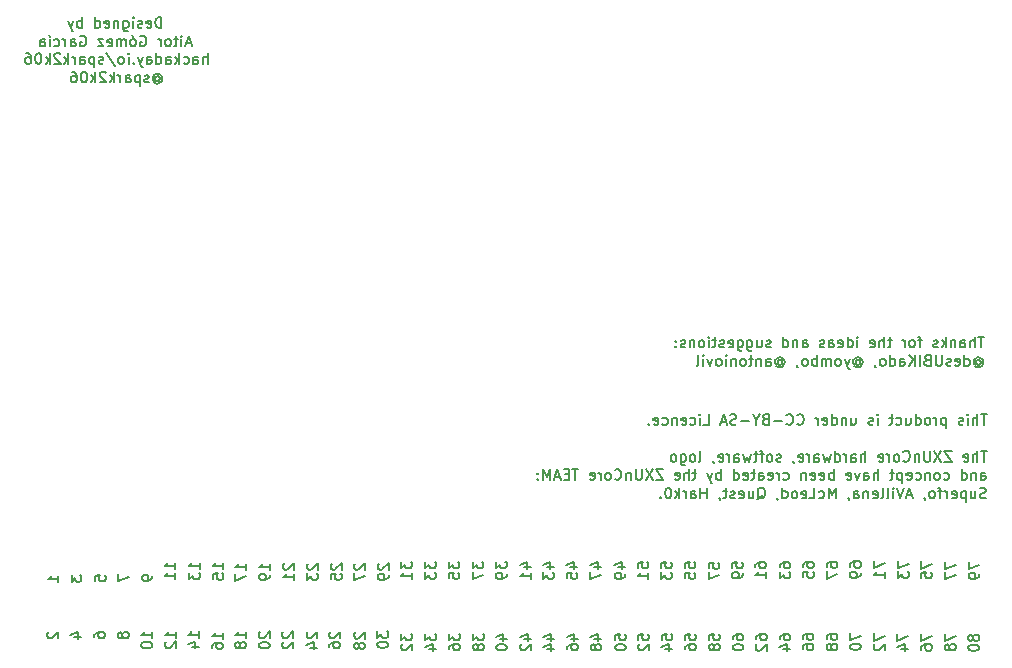
<source format=gbo>
G04 #@! TF.GenerationSoftware,KiCad,Pcbnew,(5.1.9)-1*
G04 #@! TF.CreationDate,2021-06-19T06:27:32+02:00*
G04 #@! TF.ProjectId,ZXUnCore,5a58556e-436f-4726-952e-6b696361645f,rev?*
G04 #@! TF.SameCoordinates,Original*
G04 #@! TF.FileFunction,Legend,Bot*
G04 #@! TF.FilePolarity,Positive*
%FSLAX46Y46*%
G04 Gerber Fmt 4.6, Leading zero omitted, Abs format (unit mm)*
G04 Created by KiCad (PCBNEW (5.1.9)-1) date 2021-06-19 06:27:32*
%MOMM*%
%LPD*%
G01*
G04 APERTURE LIST*
%ADD10C,0.200000*%
G04 APERTURE END LIST*
D10*
X182794285Y-92152142D02*
X182280000Y-92152142D01*
X182537142Y-93052142D02*
X182537142Y-92152142D01*
X181980000Y-93052142D02*
X181980000Y-92152142D01*
X181594285Y-93052142D02*
X181594285Y-92580714D01*
X181637142Y-92495000D01*
X181722857Y-92452142D01*
X181851428Y-92452142D01*
X181937142Y-92495000D01*
X181980000Y-92537857D01*
X180780000Y-93052142D02*
X180780000Y-92580714D01*
X180822857Y-92495000D01*
X180908571Y-92452142D01*
X181080000Y-92452142D01*
X181165714Y-92495000D01*
X180780000Y-93009285D02*
X180865714Y-93052142D01*
X181080000Y-93052142D01*
X181165714Y-93009285D01*
X181208571Y-92923571D01*
X181208571Y-92837857D01*
X181165714Y-92752142D01*
X181080000Y-92709285D01*
X180865714Y-92709285D01*
X180780000Y-92666428D01*
X180351428Y-92452142D02*
X180351428Y-93052142D01*
X180351428Y-92537857D02*
X180308571Y-92495000D01*
X180222857Y-92452142D01*
X180094285Y-92452142D01*
X180008571Y-92495000D01*
X179965714Y-92580714D01*
X179965714Y-93052142D01*
X179537142Y-93052142D02*
X179537142Y-92152142D01*
X179451428Y-92709285D02*
X179194285Y-93052142D01*
X179194285Y-92452142D02*
X179537142Y-92795000D01*
X178851428Y-93009285D02*
X178765714Y-93052142D01*
X178594285Y-93052142D01*
X178508571Y-93009285D01*
X178465714Y-92923571D01*
X178465714Y-92880714D01*
X178508571Y-92795000D01*
X178594285Y-92752142D01*
X178722857Y-92752142D01*
X178808571Y-92709285D01*
X178851428Y-92623571D01*
X178851428Y-92580714D01*
X178808571Y-92495000D01*
X178722857Y-92452142D01*
X178594285Y-92452142D01*
X178508571Y-92495000D01*
X177522857Y-92452142D02*
X177180000Y-92452142D01*
X177394285Y-93052142D02*
X177394285Y-92280714D01*
X177351428Y-92195000D01*
X177265714Y-92152142D01*
X177180000Y-92152142D01*
X176751428Y-93052142D02*
X176837142Y-93009285D01*
X176880000Y-92966428D01*
X176922857Y-92880714D01*
X176922857Y-92623571D01*
X176880000Y-92537857D01*
X176837142Y-92495000D01*
X176751428Y-92452142D01*
X176622857Y-92452142D01*
X176537142Y-92495000D01*
X176494285Y-92537857D01*
X176451428Y-92623571D01*
X176451428Y-92880714D01*
X176494285Y-92966428D01*
X176537142Y-93009285D01*
X176622857Y-93052142D01*
X176751428Y-93052142D01*
X176065714Y-93052142D02*
X176065714Y-92452142D01*
X176065714Y-92623571D02*
X176022857Y-92537857D01*
X175980000Y-92495000D01*
X175894285Y-92452142D01*
X175808571Y-92452142D01*
X174951428Y-92452142D02*
X174608571Y-92452142D01*
X174822857Y-92152142D02*
X174822857Y-92923571D01*
X174780000Y-93009285D01*
X174694285Y-93052142D01*
X174608571Y-93052142D01*
X174308571Y-93052142D02*
X174308571Y-92152142D01*
X173922857Y-93052142D02*
X173922857Y-92580714D01*
X173965714Y-92495000D01*
X174051428Y-92452142D01*
X174180000Y-92452142D01*
X174265714Y-92495000D01*
X174308571Y-92537857D01*
X173151428Y-93009285D02*
X173237142Y-93052142D01*
X173408571Y-93052142D01*
X173494285Y-93009285D01*
X173537142Y-92923571D01*
X173537142Y-92580714D01*
X173494285Y-92495000D01*
X173408571Y-92452142D01*
X173237142Y-92452142D01*
X173151428Y-92495000D01*
X173108571Y-92580714D01*
X173108571Y-92666428D01*
X173537142Y-92752142D01*
X172037142Y-93052142D02*
X172037142Y-92452142D01*
X172037142Y-92152142D02*
X172080000Y-92195000D01*
X172037142Y-92237857D01*
X171994285Y-92195000D01*
X172037142Y-92152142D01*
X172037142Y-92237857D01*
X171222857Y-93052142D02*
X171222857Y-92152142D01*
X171222857Y-93009285D02*
X171308571Y-93052142D01*
X171480000Y-93052142D01*
X171565714Y-93009285D01*
X171608571Y-92966428D01*
X171651428Y-92880714D01*
X171651428Y-92623571D01*
X171608571Y-92537857D01*
X171565714Y-92495000D01*
X171480000Y-92452142D01*
X171308571Y-92452142D01*
X171222857Y-92495000D01*
X170451428Y-93009285D02*
X170537142Y-93052142D01*
X170708571Y-93052142D01*
X170794285Y-93009285D01*
X170837142Y-92923571D01*
X170837142Y-92580714D01*
X170794285Y-92495000D01*
X170708571Y-92452142D01*
X170537142Y-92452142D01*
X170451428Y-92495000D01*
X170408571Y-92580714D01*
X170408571Y-92666428D01*
X170837142Y-92752142D01*
X169637142Y-93052142D02*
X169637142Y-92580714D01*
X169680000Y-92495000D01*
X169765714Y-92452142D01*
X169937142Y-92452142D01*
X170022857Y-92495000D01*
X169637142Y-93009285D02*
X169722857Y-93052142D01*
X169937142Y-93052142D01*
X170022857Y-93009285D01*
X170065714Y-92923571D01*
X170065714Y-92837857D01*
X170022857Y-92752142D01*
X169937142Y-92709285D01*
X169722857Y-92709285D01*
X169637142Y-92666428D01*
X169251428Y-93009285D02*
X169165714Y-93052142D01*
X168994285Y-93052142D01*
X168908571Y-93009285D01*
X168865714Y-92923571D01*
X168865714Y-92880714D01*
X168908571Y-92795000D01*
X168994285Y-92752142D01*
X169122857Y-92752142D01*
X169208571Y-92709285D01*
X169251428Y-92623571D01*
X169251428Y-92580714D01*
X169208571Y-92495000D01*
X169122857Y-92452142D01*
X168994285Y-92452142D01*
X168908571Y-92495000D01*
X167408571Y-93052142D02*
X167408571Y-92580714D01*
X167451428Y-92495000D01*
X167537142Y-92452142D01*
X167708571Y-92452142D01*
X167794285Y-92495000D01*
X167408571Y-93009285D02*
X167494285Y-93052142D01*
X167708571Y-93052142D01*
X167794285Y-93009285D01*
X167837142Y-92923571D01*
X167837142Y-92837857D01*
X167794285Y-92752142D01*
X167708571Y-92709285D01*
X167494285Y-92709285D01*
X167408571Y-92666428D01*
X166980000Y-92452142D02*
X166980000Y-93052142D01*
X166980000Y-92537857D02*
X166937142Y-92495000D01*
X166851428Y-92452142D01*
X166722857Y-92452142D01*
X166637142Y-92495000D01*
X166594285Y-92580714D01*
X166594285Y-93052142D01*
X165780000Y-93052142D02*
X165780000Y-92152142D01*
X165780000Y-93009285D02*
X165865714Y-93052142D01*
X166037142Y-93052142D01*
X166122857Y-93009285D01*
X166165714Y-92966428D01*
X166208571Y-92880714D01*
X166208571Y-92623571D01*
X166165714Y-92537857D01*
X166122857Y-92495000D01*
X166037142Y-92452142D01*
X165865714Y-92452142D01*
X165780000Y-92495000D01*
X164708571Y-93009285D02*
X164622857Y-93052142D01*
X164451428Y-93052142D01*
X164365714Y-93009285D01*
X164322857Y-92923571D01*
X164322857Y-92880714D01*
X164365714Y-92795000D01*
X164451428Y-92752142D01*
X164580000Y-92752142D01*
X164665714Y-92709285D01*
X164708571Y-92623571D01*
X164708571Y-92580714D01*
X164665714Y-92495000D01*
X164580000Y-92452142D01*
X164451428Y-92452142D01*
X164365714Y-92495000D01*
X163551428Y-92452142D02*
X163551428Y-93052142D01*
X163937142Y-92452142D02*
X163937142Y-92923571D01*
X163894285Y-93009285D01*
X163808571Y-93052142D01*
X163680000Y-93052142D01*
X163594285Y-93009285D01*
X163551428Y-92966428D01*
X162737142Y-92452142D02*
X162737142Y-93180714D01*
X162780000Y-93266428D01*
X162822857Y-93309285D01*
X162908571Y-93352142D01*
X163037142Y-93352142D01*
X163122857Y-93309285D01*
X162737142Y-93009285D02*
X162822857Y-93052142D01*
X162994285Y-93052142D01*
X163080000Y-93009285D01*
X163122857Y-92966428D01*
X163165714Y-92880714D01*
X163165714Y-92623571D01*
X163122857Y-92537857D01*
X163080000Y-92495000D01*
X162994285Y-92452142D01*
X162822857Y-92452142D01*
X162737142Y-92495000D01*
X161922857Y-92452142D02*
X161922857Y-93180714D01*
X161965714Y-93266428D01*
X162008571Y-93309285D01*
X162094285Y-93352142D01*
X162222857Y-93352142D01*
X162308571Y-93309285D01*
X161922857Y-93009285D02*
X162008571Y-93052142D01*
X162180000Y-93052142D01*
X162265714Y-93009285D01*
X162308571Y-92966428D01*
X162351428Y-92880714D01*
X162351428Y-92623571D01*
X162308571Y-92537857D01*
X162265714Y-92495000D01*
X162180000Y-92452142D01*
X162008571Y-92452142D01*
X161922857Y-92495000D01*
X161151428Y-93009285D02*
X161237142Y-93052142D01*
X161408571Y-93052142D01*
X161494285Y-93009285D01*
X161537142Y-92923571D01*
X161537142Y-92580714D01*
X161494285Y-92495000D01*
X161408571Y-92452142D01*
X161237142Y-92452142D01*
X161151428Y-92495000D01*
X161108571Y-92580714D01*
X161108571Y-92666428D01*
X161537142Y-92752142D01*
X160765714Y-93009285D02*
X160680000Y-93052142D01*
X160508571Y-93052142D01*
X160422857Y-93009285D01*
X160380000Y-92923571D01*
X160380000Y-92880714D01*
X160422857Y-92795000D01*
X160508571Y-92752142D01*
X160637142Y-92752142D01*
X160722857Y-92709285D01*
X160765714Y-92623571D01*
X160765714Y-92580714D01*
X160722857Y-92495000D01*
X160637142Y-92452142D01*
X160508571Y-92452142D01*
X160422857Y-92495000D01*
X160122857Y-92452142D02*
X159780000Y-92452142D01*
X159994285Y-92152142D02*
X159994285Y-92923571D01*
X159951428Y-93009285D01*
X159865714Y-93052142D01*
X159780000Y-93052142D01*
X159480000Y-93052142D02*
X159480000Y-92452142D01*
X159480000Y-92152142D02*
X159522857Y-92195000D01*
X159480000Y-92237857D01*
X159437142Y-92195000D01*
X159480000Y-92152142D01*
X159480000Y-92237857D01*
X158922857Y-93052142D02*
X159008571Y-93009285D01*
X159051428Y-92966428D01*
X159094285Y-92880714D01*
X159094285Y-92623571D01*
X159051428Y-92537857D01*
X159008571Y-92495000D01*
X158922857Y-92452142D01*
X158794285Y-92452142D01*
X158708571Y-92495000D01*
X158665714Y-92537857D01*
X158622857Y-92623571D01*
X158622857Y-92880714D01*
X158665714Y-92966428D01*
X158708571Y-93009285D01*
X158794285Y-93052142D01*
X158922857Y-93052142D01*
X158237142Y-92452142D02*
X158237142Y-93052142D01*
X158237142Y-92537857D02*
X158194285Y-92495000D01*
X158108571Y-92452142D01*
X157980000Y-92452142D01*
X157894285Y-92495000D01*
X157851428Y-92580714D01*
X157851428Y-93052142D01*
X157465714Y-93009285D02*
X157380000Y-93052142D01*
X157208571Y-93052142D01*
X157122857Y-93009285D01*
X157080000Y-92923571D01*
X157080000Y-92880714D01*
X157122857Y-92795000D01*
X157208571Y-92752142D01*
X157337142Y-92752142D01*
X157422857Y-92709285D01*
X157465714Y-92623571D01*
X157465714Y-92580714D01*
X157422857Y-92495000D01*
X157337142Y-92452142D01*
X157208571Y-92452142D01*
X157122857Y-92495000D01*
X156694285Y-92966428D02*
X156651428Y-93009285D01*
X156694285Y-93052142D01*
X156737142Y-93009285D01*
X156694285Y-92966428D01*
X156694285Y-93052142D01*
X156694285Y-92495000D02*
X156651428Y-92537857D01*
X156694285Y-92580714D01*
X156737142Y-92537857D01*
X156694285Y-92495000D01*
X156694285Y-92580714D01*
X182108571Y-94173571D02*
X182151428Y-94130714D01*
X182237142Y-94087857D01*
X182322857Y-94087857D01*
X182408571Y-94130714D01*
X182451428Y-94173571D01*
X182494285Y-94259285D01*
X182494285Y-94345000D01*
X182451428Y-94430714D01*
X182408571Y-94473571D01*
X182322857Y-94516428D01*
X182237142Y-94516428D01*
X182151428Y-94473571D01*
X182108571Y-94430714D01*
X182108571Y-94087857D02*
X182108571Y-94430714D01*
X182065714Y-94473571D01*
X182022857Y-94473571D01*
X181937142Y-94430714D01*
X181894285Y-94345000D01*
X181894285Y-94130714D01*
X181980000Y-94002142D01*
X182108571Y-93916428D01*
X182280000Y-93873571D01*
X182451428Y-93916428D01*
X182580000Y-94002142D01*
X182665714Y-94130714D01*
X182708571Y-94302142D01*
X182665714Y-94473571D01*
X182580000Y-94602142D01*
X182451428Y-94687857D01*
X182280000Y-94730714D01*
X182108571Y-94687857D01*
X181980000Y-94602142D01*
X181122857Y-94602142D02*
X181122857Y-93702142D01*
X181122857Y-94559285D02*
X181208571Y-94602142D01*
X181380000Y-94602142D01*
X181465714Y-94559285D01*
X181508571Y-94516428D01*
X181551428Y-94430714D01*
X181551428Y-94173571D01*
X181508571Y-94087857D01*
X181465714Y-94045000D01*
X181380000Y-94002142D01*
X181208571Y-94002142D01*
X181122857Y-94045000D01*
X180351428Y-94559285D02*
X180437142Y-94602142D01*
X180608571Y-94602142D01*
X180694285Y-94559285D01*
X180737142Y-94473571D01*
X180737142Y-94130714D01*
X180694285Y-94045000D01*
X180608571Y-94002142D01*
X180437142Y-94002142D01*
X180351428Y-94045000D01*
X180308571Y-94130714D01*
X180308571Y-94216428D01*
X180737142Y-94302142D01*
X179965714Y-94559285D02*
X179880000Y-94602142D01*
X179708571Y-94602142D01*
X179622857Y-94559285D01*
X179580000Y-94473571D01*
X179580000Y-94430714D01*
X179622857Y-94345000D01*
X179708571Y-94302142D01*
X179837142Y-94302142D01*
X179922857Y-94259285D01*
X179965714Y-94173571D01*
X179965714Y-94130714D01*
X179922857Y-94045000D01*
X179837142Y-94002142D01*
X179708571Y-94002142D01*
X179622857Y-94045000D01*
X179194285Y-93702142D02*
X179194285Y-94430714D01*
X179151428Y-94516428D01*
X179108571Y-94559285D01*
X179022857Y-94602142D01*
X178851428Y-94602142D01*
X178765714Y-94559285D01*
X178722857Y-94516428D01*
X178680000Y-94430714D01*
X178680000Y-93702142D01*
X177951428Y-94130714D02*
X177822857Y-94173571D01*
X177780000Y-94216428D01*
X177737142Y-94302142D01*
X177737142Y-94430714D01*
X177780000Y-94516428D01*
X177822857Y-94559285D01*
X177908571Y-94602142D01*
X178251428Y-94602142D01*
X178251428Y-93702142D01*
X177951428Y-93702142D01*
X177865714Y-93745000D01*
X177822857Y-93787857D01*
X177780000Y-93873571D01*
X177780000Y-93959285D01*
X177822857Y-94045000D01*
X177865714Y-94087857D01*
X177951428Y-94130714D01*
X178251428Y-94130714D01*
X177351428Y-94602142D02*
X177351428Y-93702142D01*
X176922857Y-94602142D02*
X176922857Y-93702142D01*
X176408571Y-94602142D02*
X176794285Y-94087857D01*
X176408571Y-93702142D02*
X176922857Y-94216428D01*
X175637142Y-94602142D02*
X175637142Y-94130714D01*
X175680000Y-94045000D01*
X175765714Y-94002142D01*
X175937142Y-94002142D01*
X176022857Y-94045000D01*
X175637142Y-94559285D02*
X175722857Y-94602142D01*
X175937142Y-94602142D01*
X176022857Y-94559285D01*
X176065714Y-94473571D01*
X176065714Y-94387857D01*
X176022857Y-94302142D01*
X175937142Y-94259285D01*
X175722857Y-94259285D01*
X175637142Y-94216428D01*
X174822857Y-94602142D02*
X174822857Y-93702142D01*
X174822857Y-94559285D02*
X174908571Y-94602142D01*
X175080000Y-94602142D01*
X175165714Y-94559285D01*
X175208571Y-94516428D01*
X175251428Y-94430714D01*
X175251428Y-94173571D01*
X175208571Y-94087857D01*
X175165714Y-94045000D01*
X175080000Y-94002142D01*
X174908571Y-94002142D01*
X174822857Y-94045000D01*
X174265714Y-94602142D02*
X174351428Y-94559285D01*
X174394285Y-94516428D01*
X174437142Y-94430714D01*
X174437142Y-94173571D01*
X174394285Y-94087857D01*
X174351428Y-94045000D01*
X174265714Y-94002142D01*
X174137142Y-94002142D01*
X174051428Y-94045000D01*
X174008571Y-94087857D01*
X173965714Y-94173571D01*
X173965714Y-94430714D01*
X174008571Y-94516428D01*
X174051428Y-94559285D01*
X174137142Y-94602142D01*
X174265714Y-94602142D01*
X173537142Y-94559285D02*
X173537142Y-94602142D01*
X173580000Y-94687857D01*
X173622857Y-94730714D01*
X171908571Y-94173571D02*
X171951428Y-94130714D01*
X172037142Y-94087857D01*
X172122857Y-94087857D01*
X172208571Y-94130714D01*
X172251428Y-94173571D01*
X172294285Y-94259285D01*
X172294285Y-94345000D01*
X172251428Y-94430714D01*
X172208571Y-94473571D01*
X172122857Y-94516428D01*
X172037142Y-94516428D01*
X171951428Y-94473571D01*
X171908571Y-94430714D01*
X171908571Y-94087857D02*
X171908571Y-94430714D01*
X171865714Y-94473571D01*
X171822857Y-94473571D01*
X171737142Y-94430714D01*
X171694285Y-94345000D01*
X171694285Y-94130714D01*
X171780000Y-94002142D01*
X171908571Y-93916428D01*
X172080000Y-93873571D01*
X172251428Y-93916428D01*
X172380000Y-94002142D01*
X172465714Y-94130714D01*
X172508571Y-94302142D01*
X172465714Y-94473571D01*
X172380000Y-94602142D01*
X172251428Y-94687857D01*
X172080000Y-94730714D01*
X171908571Y-94687857D01*
X171780000Y-94602142D01*
X171394285Y-94002142D02*
X171180000Y-94602142D01*
X170965714Y-94002142D02*
X171180000Y-94602142D01*
X171265714Y-94816428D01*
X171308571Y-94859285D01*
X171394285Y-94902142D01*
X170494285Y-94602142D02*
X170580000Y-94559285D01*
X170622857Y-94516428D01*
X170665714Y-94430714D01*
X170665714Y-94173571D01*
X170622857Y-94087857D01*
X170580000Y-94045000D01*
X170494285Y-94002142D01*
X170365714Y-94002142D01*
X170280000Y-94045000D01*
X170237142Y-94087857D01*
X170194285Y-94173571D01*
X170194285Y-94430714D01*
X170237142Y-94516428D01*
X170280000Y-94559285D01*
X170365714Y-94602142D01*
X170494285Y-94602142D01*
X169808571Y-94602142D02*
X169808571Y-94002142D01*
X169808571Y-94087857D02*
X169765714Y-94045000D01*
X169680000Y-94002142D01*
X169551428Y-94002142D01*
X169465714Y-94045000D01*
X169422857Y-94130714D01*
X169422857Y-94602142D01*
X169422857Y-94130714D02*
X169380000Y-94045000D01*
X169294285Y-94002142D01*
X169165714Y-94002142D01*
X169080000Y-94045000D01*
X169037142Y-94130714D01*
X169037142Y-94602142D01*
X168608571Y-94602142D02*
X168608571Y-93702142D01*
X168608571Y-94045000D02*
X168522857Y-94002142D01*
X168351428Y-94002142D01*
X168265714Y-94045000D01*
X168222857Y-94087857D01*
X168180000Y-94173571D01*
X168180000Y-94430714D01*
X168222857Y-94516428D01*
X168265714Y-94559285D01*
X168351428Y-94602142D01*
X168522857Y-94602142D01*
X168608571Y-94559285D01*
X167665714Y-94602142D02*
X167751428Y-94559285D01*
X167794285Y-94516428D01*
X167837142Y-94430714D01*
X167837142Y-94173571D01*
X167794285Y-94087857D01*
X167751428Y-94045000D01*
X167665714Y-94002142D01*
X167537142Y-94002142D01*
X167451428Y-94045000D01*
X167408571Y-94087857D01*
X167365714Y-94173571D01*
X167365714Y-94430714D01*
X167408571Y-94516428D01*
X167451428Y-94559285D01*
X167537142Y-94602142D01*
X167665714Y-94602142D01*
X166937142Y-94559285D02*
X166937142Y-94602142D01*
X166980000Y-94687857D01*
X167022857Y-94730714D01*
X165308571Y-94173571D02*
X165351428Y-94130714D01*
X165437142Y-94087857D01*
X165522857Y-94087857D01*
X165608571Y-94130714D01*
X165651428Y-94173571D01*
X165694285Y-94259285D01*
X165694285Y-94345000D01*
X165651428Y-94430714D01*
X165608571Y-94473571D01*
X165522857Y-94516428D01*
X165437142Y-94516428D01*
X165351428Y-94473571D01*
X165308571Y-94430714D01*
X165308571Y-94087857D02*
X165308571Y-94430714D01*
X165265714Y-94473571D01*
X165222857Y-94473571D01*
X165137142Y-94430714D01*
X165094285Y-94345000D01*
X165094285Y-94130714D01*
X165180000Y-94002142D01*
X165308571Y-93916428D01*
X165480000Y-93873571D01*
X165651428Y-93916428D01*
X165780000Y-94002142D01*
X165865714Y-94130714D01*
X165908571Y-94302142D01*
X165865714Y-94473571D01*
X165780000Y-94602142D01*
X165651428Y-94687857D01*
X165480000Y-94730714D01*
X165308571Y-94687857D01*
X165180000Y-94602142D01*
X164322857Y-94602142D02*
X164322857Y-94130714D01*
X164365714Y-94045000D01*
X164451428Y-94002142D01*
X164622857Y-94002142D01*
X164708571Y-94045000D01*
X164322857Y-94559285D02*
X164408571Y-94602142D01*
X164622857Y-94602142D01*
X164708571Y-94559285D01*
X164751428Y-94473571D01*
X164751428Y-94387857D01*
X164708571Y-94302142D01*
X164622857Y-94259285D01*
X164408571Y-94259285D01*
X164322857Y-94216428D01*
X163894285Y-94002142D02*
X163894285Y-94602142D01*
X163894285Y-94087857D02*
X163851428Y-94045000D01*
X163765714Y-94002142D01*
X163637142Y-94002142D01*
X163551428Y-94045000D01*
X163508571Y-94130714D01*
X163508571Y-94602142D01*
X163208571Y-94002142D02*
X162865714Y-94002142D01*
X163080000Y-93702142D02*
X163080000Y-94473571D01*
X163037142Y-94559285D01*
X162951428Y-94602142D01*
X162865714Y-94602142D01*
X162437142Y-94602142D02*
X162522857Y-94559285D01*
X162565714Y-94516428D01*
X162608571Y-94430714D01*
X162608571Y-94173571D01*
X162565714Y-94087857D01*
X162522857Y-94045000D01*
X162437142Y-94002142D01*
X162308571Y-94002142D01*
X162222857Y-94045000D01*
X162180000Y-94087857D01*
X162137142Y-94173571D01*
X162137142Y-94430714D01*
X162180000Y-94516428D01*
X162222857Y-94559285D01*
X162308571Y-94602142D01*
X162437142Y-94602142D01*
X161751428Y-94002142D02*
X161751428Y-94602142D01*
X161751428Y-94087857D02*
X161708571Y-94045000D01*
X161622857Y-94002142D01*
X161494285Y-94002142D01*
X161408571Y-94045000D01*
X161365714Y-94130714D01*
X161365714Y-94602142D01*
X160937142Y-94602142D02*
X160937142Y-94002142D01*
X160937142Y-93702142D02*
X160980000Y-93745000D01*
X160937142Y-93787857D01*
X160894285Y-93745000D01*
X160937142Y-93702142D01*
X160937142Y-93787857D01*
X160380000Y-94602142D02*
X160465714Y-94559285D01*
X160508571Y-94516428D01*
X160551428Y-94430714D01*
X160551428Y-94173571D01*
X160508571Y-94087857D01*
X160465714Y-94045000D01*
X160380000Y-94002142D01*
X160251428Y-94002142D01*
X160165714Y-94045000D01*
X160122857Y-94087857D01*
X160080000Y-94173571D01*
X160080000Y-94430714D01*
X160122857Y-94516428D01*
X160165714Y-94559285D01*
X160251428Y-94602142D01*
X160380000Y-94602142D01*
X159780000Y-94002142D02*
X159565714Y-94602142D01*
X159351428Y-94002142D01*
X159008571Y-94602142D02*
X159008571Y-94002142D01*
X159008571Y-93702142D02*
X159051428Y-93745000D01*
X159008571Y-93787857D01*
X158965714Y-93745000D01*
X159008571Y-93702142D01*
X159008571Y-93787857D01*
X158451428Y-94602142D02*
X158537142Y-94559285D01*
X158580000Y-94473571D01*
X158580000Y-93702142D01*
X118327142Y-117718571D02*
X118327142Y-117204285D01*
X118327142Y-117461428D02*
X117427142Y-117461428D01*
X117555714Y-117375714D01*
X117641428Y-117290000D01*
X117684285Y-117204285D01*
X117427142Y-118490000D02*
X117427142Y-118318571D01*
X117470000Y-118232857D01*
X117512857Y-118190000D01*
X117641428Y-118104285D01*
X117812857Y-118061428D01*
X118155714Y-118061428D01*
X118241428Y-118104285D01*
X118284285Y-118147142D01*
X118327142Y-118232857D01*
X118327142Y-118404285D01*
X118284285Y-118490000D01*
X118241428Y-118532857D01*
X118155714Y-118575714D01*
X117941428Y-118575714D01*
X117855714Y-118532857D01*
X117812857Y-118490000D01*
X117770000Y-118404285D01*
X117770000Y-118232857D01*
X117812857Y-118147142D01*
X117855714Y-118104285D01*
X117941428Y-118061428D01*
X123452857Y-117154285D02*
X123410000Y-117197142D01*
X123367142Y-117282857D01*
X123367142Y-117497142D01*
X123410000Y-117582857D01*
X123452857Y-117625714D01*
X123538571Y-117668571D01*
X123624285Y-117668571D01*
X123752857Y-117625714D01*
X124267142Y-117111428D01*
X124267142Y-117668571D01*
X123452857Y-118011428D02*
X123410000Y-118054285D01*
X123367142Y-118140000D01*
X123367142Y-118354285D01*
X123410000Y-118440000D01*
X123452857Y-118482857D01*
X123538571Y-118525714D01*
X123624285Y-118525714D01*
X123752857Y-118482857D01*
X124267142Y-117968571D01*
X124267142Y-118525714D01*
X125522857Y-117184285D02*
X125480000Y-117227142D01*
X125437142Y-117312857D01*
X125437142Y-117527142D01*
X125480000Y-117612857D01*
X125522857Y-117655714D01*
X125608571Y-117698571D01*
X125694285Y-117698571D01*
X125822857Y-117655714D01*
X126337142Y-117141428D01*
X126337142Y-117698571D01*
X125737142Y-118470000D02*
X126337142Y-118470000D01*
X125394285Y-118255714D02*
X126037142Y-118041428D01*
X126037142Y-118598571D01*
X129522857Y-117194285D02*
X129480000Y-117237142D01*
X129437142Y-117322857D01*
X129437142Y-117537142D01*
X129480000Y-117622857D01*
X129522857Y-117665714D01*
X129608571Y-117708571D01*
X129694285Y-117708571D01*
X129822857Y-117665714D01*
X130337142Y-117151428D01*
X130337142Y-117708571D01*
X129822857Y-118222857D02*
X129780000Y-118137142D01*
X129737142Y-118094285D01*
X129651428Y-118051428D01*
X129608571Y-118051428D01*
X129522857Y-118094285D01*
X129480000Y-118137142D01*
X129437142Y-118222857D01*
X129437142Y-118394285D01*
X129480000Y-118480000D01*
X129522857Y-118522857D01*
X129608571Y-118565714D01*
X129651428Y-118565714D01*
X129737142Y-118522857D01*
X129780000Y-118480000D01*
X129822857Y-118394285D01*
X129822857Y-118222857D01*
X129865714Y-118137142D01*
X129908571Y-118094285D01*
X129994285Y-118051428D01*
X130165714Y-118051428D01*
X130251428Y-118094285D01*
X130294285Y-118137142D01*
X130337142Y-118222857D01*
X130337142Y-118394285D01*
X130294285Y-118480000D01*
X130251428Y-118522857D01*
X130165714Y-118565714D01*
X129994285Y-118565714D01*
X129908571Y-118522857D01*
X129865714Y-118480000D01*
X129822857Y-118394285D01*
X116357142Y-111848571D02*
X116357142Y-111334285D01*
X116357142Y-111591428D02*
X115457142Y-111591428D01*
X115585714Y-111505714D01*
X115671428Y-111420000D01*
X115714285Y-111334285D01*
X115457142Y-112148571D02*
X115457142Y-112705714D01*
X115800000Y-112405714D01*
X115800000Y-112534285D01*
X115842857Y-112620000D01*
X115885714Y-112662857D01*
X115971428Y-112705714D01*
X116185714Y-112705714D01*
X116271428Y-112662857D01*
X116314285Y-112620000D01*
X116357142Y-112534285D01*
X116357142Y-112277142D01*
X116314285Y-112191428D01*
X116271428Y-112148571D01*
X120297142Y-111908571D02*
X120297142Y-111394285D01*
X120297142Y-111651428D02*
X119397142Y-111651428D01*
X119525714Y-111565714D01*
X119611428Y-111480000D01*
X119654285Y-111394285D01*
X119397142Y-112208571D02*
X119397142Y-112808571D01*
X120297142Y-112422857D01*
X104351904Y-112907142D02*
X104351904Y-112392857D01*
X104351904Y-112650000D02*
X103551904Y-112650000D01*
X103666190Y-112564285D01*
X103742380Y-112478571D01*
X103780476Y-112392857D01*
X103532857Y-117172857D02*
X103490000Y-117215714D01*
X103447142Y-117301428D01*
X103447142Y-117515714D01*
X103490000Y-117601428D01*
X103532857Y-117644285D01*
X103618571Y-117687142D01*
X103704285Y-117687142D01*
X103832857Y-117644285D01*
X104347142Y-117130000D01*
X104347142Y-117687142D01*
X123532857Y-111354285D02*
X123490000Y-111397142D01*
X123447142Y-111482857D01*
X123447142Y-111697142D01*
X123490000Y-111782857D01*
X123532857Y-111825714D01*
X123618571Y-111868571D01*
X123704285Y-111868571D01*
X123832857Y-111825714D01*
X124347142Y-111311428D01*
X124347142Y-111868571D01*
X124347142Y-112725714D02*
X124347142Y-112211428D01*
X124347142Y-112468571D02*
X123447142Y-112468571D01*
X123575714Y-112382857D01*
X123661428Y-112297142D01*
X123704285Y-112211428D01*
X118377142Y-111858571D02*
X118377142Y-111344285D01*
X118377142Y-111601428D02*
X117477142Y-111601428D01*
X117605714Y-111515714D01*
X117691428Y-111430000D01*
X117734285Y-111344285D01*
X117477142Y-112672857D02*
X117477142Y-112244285D01*
X117905714Y-112201428D01*
X117862857Y-112244285D01*
X117820000Y-112330000D01*
X117820000Y-112544285D01*
X117862857Y-112630000D01*
X117905714Y-112672857D01*
X117991428Y-112715714D01*
X118205714Y-112715714D01*
X118291428Y-112672857D01*
X118334285Y-112630000D01*
X118377142Y-112544285D01*
X118377142Y-112330000D01*
X118334285Y-112244285D01*
X118291428Y-112201428D01*
X109832857Y-117344285D02*
X109790000Y-117258571D01*
X109747142Y-117215714D01*
X109661428Y-117172857D01*
X109618571Y-117172857D01*
X109532857Y-117215714D01*
X109490000Y-117258571D01*
X109447142Y-117344285D01*
X109447142Y-117515714D01*
X109490000Y-117601428D01*
X109532857Y-117644285D01*
X109618571Y-117687142D01*
X109661428Y-117687142D01*
X109747142Y-117644285D01*
X109790000Y-117601428D01*
X109832857Y-117515714D01*
X109832857Y-117344285D01*
X109875714Y-117258571D01*
X109918571Y-117215714D01*
X110004285Y-117172857D01*
X110175714Y-117172857D01*
X110261428Y-117215714D01*
X110304285Y-117258571D01*
X110347142Y-117344285D01*
X110347142Y-117515714D01*
X110304285Y-117601428D01*
X110261428Y-117644285D01*
X110175714Y-117687142D01*
X110004285Y-117687142D01*
X109918571Y-117644285D01*
X109875714Y-117601428D01*
X109832857Y-117515714D01*
X109457142Y-112280000D02*
X109457142Y-112880000D01*
X110357142Y-112494285D01*
X107437142Y-117601428D02*
X107437142Y-117430000D01*
X107480000Y-117344285D01*
X107522857Y-117301428D01*
X107651428Y-117215714D01*
X107822857Y-117172857D01*
X108165714Y-117172857D01*
X108251428Y-117215714D01*
X108294285Y-117258571D01*
X108337142Y-117344285D01*
X108337142Y-117515714D01*
X108294285Y-117601428D01*
X108251428Y-117644285D01*
X108165714Y-117687142D01*
X107951428Y-117687142D01*
X107865714Y-117644285D01*
X107822857Y-117601428D01*
X107780000Y-117515714D01*
X107780000Y-117344285D01*
X107822857Y-117258571D01*
X107865714Y-117215714D01*
X107951428Y-117172857D01*
X105727142Y-117601428D02*
X106327142Y-117601428D01*
X105384285Y-117387142D02*
X106027142Y-117172857D01*
X106027142Y-117730000D01*
X125542857Y-111374285D02*
X125500000Y-111417142D01*
X125457142Y-111502857D01*
X125457142Y-111717142D01*
X125500000Y-111802857D01*
X125542857Y-111845714D01*
X125628571Y-111888571D01*
X125714285Y-111888571D01*
X125842857Y-111845714D01*
X126357142Y-111331428D01*
X126357142Y-111888571D01*
X125457142Y-112188571D02*
X125457142Y-112745714D01*
X125800000Y-112445714D01*
X125800000Y-112574285D01*
X125842857Y-112660000D01*
X125885714Y-112702857D01*
X125971428Y-112745714D01*
X126185714Y-112745714D01*
X126271428Y-112702857D01*
X126314285Y-112660000D01*
X126357142Y-112574285D01*
X126357142Y-112317142D01*
X126314285Y-112231428D01*
X126271428Y-112188571D01*
X127562857Y-111364285D02*
X127520000Y-111407142D01*
X127477142Y-111492857D01*
X127477142Y-111707142D01*
X127520000Y-111792857D01*
X127562857Y-111835714D01*
X127648571Y-111878571D01*
X127734285Y-111878571D01*
X127862857Y-111835714D01*
X128377142Y-111321428D01*
X128377142Y-111878571D01*
X127477142Y-112692857D02*
X127477142Y-112264285D01*
X127905714Y-112221428D01*
X127862857Y-112264285D01*
X127820000Y-112350000D01*
X127820000Y-112564285D01*
X127862857Y-112650000D01*
X127905714Y-112692857D01*
X127991428Y-112735714D01*
X128205714Y-112735714D01*
X128291428Y-112692857D01*
X128334285Y-112650000D01*
X128377142Y-112564285D01*
X128377142Y-112350000D01*
X128334285Y-112264285D01*
X128291428Y-112221428D01*
X129552857Y-111364285D02*
X129510000Y-111407142D01*
X129467142Y-111492857D01*
X129467142Y-111707142D01*
X129510000Y-111792857D01*
X129552857Y-111835714D01*
X129638571Y-111878571D01*
X129724285Y-111878571D01*
X129852857Y-111835714D01*
X130367142Y-111321428D01*
X130367142Y-111878571D01*
X129467142Y-112178571D02*
X129467142Y-112778571D01*
X130367142Y-112392857D01*
X112337142Y-117658571D02*
X112337142Y-117144285D01*
X112337142Y-117401428D02*
X111437142Y-117401428D01*
X111565714Y-117315714D01*
X111651428Y-117230000D01*
X111694285Y-117144285D01*
X111437142Y-118215714D02*
X111437142Y-118301428D01*
X111480000Y-118387142D01*
X111522857Y-118430000D01*
X111608571Y-118472857D01*
X111780000Y-118515714D01*
X111994285Y-118515714D01*
X112165714Y-118472857D01*
X112251428Y-118430000D01*
X112294285Y-118387142D01*
X112337142Y-118301428D01*
X112337142Y-118215714D01*
X112294285Y-118130000D01*
X112251428Y-118087142D01*
X112165714Y-118044285D01*
X111994285Y-118001428D01*
X111780000Y-118001428D01*
X111608571Y-118044285D01*
X111522857Y-118087142D01*
X111480000Y-118130000D01*
X111437142Y-118215714D01*
X107497142Y-112814285D02*
X107497142Y-112385714D01*
X107925714Y-112342857D01*
X107882857Y-112385714D01*
X107840000Y-112471428D01*
X107840000Y-112685714D01*
X107882857Y-112771428D01*
X107925714Y-112814285D01*
X108011428Y-112857142D01*
X108225714Y-112857142D01*
X108311428Y-112814285D01*
X108354285Y-112771428D01*
X108397142Y-112685714D01*
X108397142Y-112471428D01*
X108354285Y-112385714D01*
X108311428Y-112342857D01*
X112311904Y-112388571D02*
X112311904Y-112560000D01*
X112273809Y-112645714D01*
X112235714Y-112688571D01*
X112121428Y-112774285D01*
X111969047Y-112817142D01*
X111664285Y-112817142D01*
X111588095Y-112774285D01*
X111550000Y-112731428D01*
X111511904Y-112645714D01*
X111511904Y-112474285D01*
X111550000Y-112388571D01*
X111588095Y-112345714D01*
X111664285Y-112302857D01*
X111854761Y-112302857D01*
X111930952Y-112345714D01*
X111969047Y-112388571D01*
X112007142Y-112474285D01*
X112007142Y-112645714D01*
X111969047Y-112731428D01*
X111930952Y-112774285D01*
X111854761Y-112817142D01*
X105541904Y-112350000D02*
X105541904Y-112907142D01*
X105846666Y-112607142D01*
X105846666Y-112735714D01*
X105884761Y-112821428D01*
X105922857Y-112864285D01*
X105999047Y-112907142D01*
X106189523Y-112907142D01*
X106265714Y-112864285D01*
X106303809Y-112821428D01*
X106341904Y-112735714D01*
X106341904Y-112478571D01*
X106303809Y-112392857D01*
X106265714Y-112350000D01*
X120287142Y-117668571D02*
X120287142Y-117154285D01*
X120287142Y-117411428D02*
X119387142Y-117411428D01*
X119515714Y-117325714D01*
X119601428Y-117240000D01*
X119644285Y-117154285D01*
X119772857Y-118182857D02*
X119730000Y-118097142D01*
X119687142Y-118054285D01*
X119601428Y-118011428D01*
X119558571Y-118011428D01*
X119472857Y-118054285D01*
X119430000Y-118097142D01*
X119387142Y-118182857D01*
X119387142Y-118354285D01*
X119430000Y-118440000D01*
X119472857Y-118482857D01*
X119558571Y-118525714D01*
X119601428Y-118525714D01*
X119687142Y-118482857D01*
X119730000Y-118440000D01*
X119772857Y-118354285D01*
X119772857Y-118182857D01*
X119815714Y-118097142D01*
X119858571Y-118054285D01*
X119944285Y-118011428D01*
X120115714Y-118011428D01*
X120201428Y-118054285D01*
X120244285Y-118097142D01*
X120287142Y-118182857D01*
X120287142Y-118354285D01*
X120244285Y-118440000D01*
X120201428Y-118482857D01*
X120115714Y-118525714D01*
X119944285Y-118525714D01*
X119858571Y-118482857D01*
X119815714Y-118440000D01*
X119772857Y-118354285D01*
X127432857Y-117174285D02*
X127390000Y-117217142D01*
X127347142Y-117302857D01*
X127347142Y-117517142D01*
X127390000Y-117602857D01*
X127432857Y-117645714D01*
X127518571Y-117688571D01*
X127604285Y-117688571D01*
X127732857Y-117645714D01*
X128247142Y-117131428D01*
X128247142Y-117688571D01*
X127347142Y-118460000D02*
X127347142Y-118288571D01*
X127390000Y-118202857D01*
X127432857Y-118160000D01*
X127561428Y-118074285D01*
X127732857Y-118031428D01*
X128075714Y-118031428D01*
X128161428Y-118074285D01*
X128204285Y-118117142D01*
X128247142Y-118202857D01*
X128247142Y-118374285D01*
X128204285Y-118460000D01*
X128161428Y-118502857D01*
X128075714Y-118545714D01*
X127861428Y-118545714D01*
X127775714Y-118502857D01*
X127732857Y-118460000D01*
X127690000Y-118374285D01*
X127690000Y-118202857D01*
X127732857Y-118117142D01*
X127775714Y-118074285D01*
X127861428Y-118031428D01*
X121472857Y-117154285D02*
X121430000Y-117197142D01*
X121387142Y-117282857D01*
X121387142Y-117497142D01*
X121430000Y-117582857D01*
X121472857Y-117625714D01*
X121558571Y-117668571D01*
X121644285Y-117668571D01*
X121772857Y-117625714D01*
X122287142Y-117111428D01*
X122287142Y-117668571D01*
X121387142Y-118225714D02*
X121387142Y-118311428D01*
X121430000Y-118397142D01*
X121472857Y-118440000D01*
X121558571Y-118482857D01*
X121730000Y-118525714D01*
X121944285Y-118525714D01*
X122115714Y-118482857D01*
X122201428Y-118440000D01*
X122244285Y-118397142D01*
X122287142Y-118311428D01*
X122287142Y-118225714D01*
X122244285Y-118140000D01*
X122201428Y-118097142D01*
X122115714Y-118054285D01*
X121944285Y-118011428D01*
X121730000Y-118011428D01*
X121558571Y-118054285D01*
X121472857Y-118097142D01*
X121430000Y-118140000D01*
X121387142Y-118225714D01*
X114317142Y-111828571D02*
X114317142Y-111314285D01*
X114317142Y-111571428D02*
X113417142Y-111571428D01*
X113545714Y-111485714D01*
X113631428Y-111400000D01*
X113674285Y-111314285D01*
X114317142Y-112685714D02*
X114317142Y-112171428D01*
X114317142Y-112428571D02*
X113417142Y-112428571D01*
X113545714Y-112342857D01*
X113631428Y-112257142D01*
X113674285Y-112171428D01*
X122317142Y-111888571D02*
X122317142Y-111374285D01*
X122317142Y-111631428D02*
X121417142Y-111631428D01*
X121545714Y-111545714D01*
X121631428Y-111460000D01*
X121674285Y-111374285D01*
X122317142Y-112317142D02*
X122317142Y-112488571D01*
X122274285Y-112574285D01*
X122231428Y-112617142D01*
X122102857Y-112702857D01*
X121931428Y-112745714D01*
X121588571Y-112745714D01*
X121502857Y-112702857D01*
X121460000Y-112660000D01*
X121417142Y-112574285D01*
X121417142Y-112402857D01*
X121460000Y-112317142D01*
X121502857Y-112274285D01*
X121588571Y-112231428D01*
X121802857Y-112231428D01*
X121888571Y-112274285D01*
X121931428Y-112317142D01*
X121974285Y-112402857D01*
X121974285Y-112574285D01*
X121931428Y-112660000D01*
X121888571Y-112702857D01*
X121802857Y-112745714D01*
X131417142Y-117071428D02*
X131417142Y-117628571D01*
X131760000Y-117328571D01*
X131760000Y-117457142D01*
X131802857Y-117542857D01*
X131845714Y-117585714D01*
X131931428Y-117628571D01*
X132145714Y-117628571D01*
X132231428Y-117585714D01*
X132274285Y-117542857D01*
X132317142Y-117457142D01*
X132317142Y-117200000D01*
X132274285Y-117114285D01*
X132231428Y-117071428D01*
X131417142Y-118185714D02*
X131417142Y-118271428D01*
X131460000Y-118357142D01*
X131502857Y-118400000D01*
X131588571Y-118442857D01*
X131760000Y-118485714D01*
X131974285Y-118485714D01*
X132145714Y-118442857D01*
X132231428Y-118400000D01*
X132274285Y-118357142D01*
X132317142Y-118271428D01*
X132317142Y-118185714D01*
X132274285Y-118100000D01*
X132231428Y-118057142D01*
X132145714Y-118014285D01*
X131974285Y-117971428D01*
X131760000Y-117971428D01*
X131588571Y-118014285D01*
X131502857Y-118057142D01*
X131460000Y-118100000D01*
X131417142Y-118185714D01*
X116297142Y-117628571D02*
X116297142Y-117114285D01*
X116297142Y-117371428D02*
X115397142Y-117371428D01*
X115525714Y-117285714D01*
X115611428Y-117200000D01*
X115654285Y-117114285D01*
X115697142Y-118400000D02*
X116297142Y-118400000D01*
X115354285Y-118185714D02*
X115997142Y-117971428D01*
X115997142Y-118528571D01*
X114367142Y-117658571D02*
X114367142Y-117144285D01*
X114367142Y-117401428D02*
X113467142Y-117401428D01*
X113595714Y-117315714D01*
X113681428Y-117230000D01*
X113724285Y-117144285D01*
X113552857Y-118001428D02*
X113510000Y-118044285D01*
X113467142Y-118130000D01*
X113467142Y-118344285D01*
X113510000Y-118430000D01*
X113552857Y-118472857D01*
X113638571Y-118515714D01*
X113724285Y-118515714D01*
X113852857Y-118472857D01*
X114367142Y-117958571D01*
X114367142Y-118515714D01*
X149757142Y-111692857D02*
X150357142Y-111692857D01*
X149414285Y-111478571D02*
X150057142Y-111264285D01*
X150057142Y-111821428D01*
X149457142Y-112078571D02*
X149457142Y-112678571D01*
X150357142Y-112292857D01*
X137447142Y-111221428D02*
X137447142Y-111778571D01*
X137790000Y-111478571D01*
X137790000Y-111607142D01*
X137832857Y-111692857D01*
X137875714Y-111735714D01*
X137961428Y-111778571D01*
X138175714Y-111778571D01*
X138261428Y-111735714D01*
X138304285Y-111692857D01*
X138347142Y-111607142D01*
X138347142Y-111350000D01*
X138304285Y-111264285D01*
X138261428Y-111221428D01*
X137447142Y-112592857D02*
X137447142Y-112164285D01*
X137875714Y-112121428D01*
X137832857Y-112164285D01*
X137790000Y-112250000D01*
X137790000Y-112464285D01*
X137832857Y-112550000D01*
X137875714Y-112592857D01*
X137961428Y-112635714D01*
X138175714Y-112635714D01*
X138261428Y-112592857D01*
X138304285Y-112550000D01*
X138347142Y-112464285D01*
X138347142Y-112250000D01*
X138304285Y-112164285D01*
X138261428Y-112121428D01*
X151807142Y-111692857D02*
X152407142Y-111692857D01*
X151464285Y-111478571D02*
X152107142Y-111264285D01*
X152107142Y-111821428D01*
X152407142Y-112207142D02*
X152407142Y-112378571D01*
X152364285Y-112464285D01*
X152321428Y-112507142D01*
X152192857Y-112592857D01*
X152021428Y-112635714D01*
X151678571Y-112635714D01*
X151592857Y-112592857D01*
X151550000Y-112550000D01*
X151507142Y-112464285D01*
X151507142Y-112292857D01*
X151550000Y-112207142D01*
X151592857Y-112164285D01*
X151678571Y-112121428D01*
X151892857Y-112121428D01*
X151978571Y-112164285D01*
X152021428Y-112207142D01*
X152064285Y-112292857D01*
X152064285Y-112464285D01*
X152021428Y-112550000D01*
X151978571Y-112592857D01*
X151892857Y-112635714D01*
X147747142Y-111692857D02*
X148347142Y-111692857D01*
X147404285Y-111478571D02*
X148047142Y-111264285D01*
X148047142Y-111821428D01*
X147447142Y-112592857D02*
X147447142Y-112164285D01*
X147875714Y-112121428D01*
X147832857Y-112164285D01*
X147790000Y-112250000D01*
X147790000Y-112464285D01*
X147832857Y-112550000D01*
X147875714Y-112592857D01*
X147961428Y-112635714D01*
X148175714Y-112635714D01*
X148261428Y-112592857D01*
X148304285Y-112550000D01*
X148347142Y-112464285D01*
X148347142Y-112250000D01*
X148304285Y-112164285D01*
X148261428Y-112121428D01*
X159477142Y-111755714D02*
X159477142Y-111327142D01*
X159905714Y-111284285D01*
X159862857Y-111327142D01*
X159820000Y-111412857D01*
X159820000Y-111627142D01*
X159862857Y-111712857D01*
X159905714Y-111755714D01*
X159991428Y-111798571D01*
X160205714Y-111798571D01*
X160291428Y-111755714D01*
X160334285Y-111712857D01*
X160377142Y-111627142D01*
X160377142Y-111412857D01*
X160334285Y-111327142D01*
X160291428Y-111284285D01*
X159477142Y-112098571D02*
X159477142Y-112698571D01*
X160377142Y-112312857D01*
X139517142Y-117301428D02*
X139517142Y-117858571D01*
X139860000Y-117558571D01*
X139860000Y-117687142D01*
X139902857Y-117772857D01*
X139945714Y-117815714D01*
X140031428Y-117858571D01*
X140245714Y-117858571D01*
X140331428Y-117815714D01*
X140374285Y-117772857D01*
X140417142Y-117687142D01*
X140417142Y-117430000D01*
X140374285Y-117344285D01*
X140331428Y-117301428D01*
X139902857Y-118372857D02*
X139860000Y-118287142D01*
X139817142Y-118244285D01*
X139731428Y-118201428D01*
X139688571Y-118201428D01*
X139602857Y-118244285D01*
X139560000Y-118287142D01*
X139517142Y-118372857D01*
X139517142Y-118544285D01*
X139560000Y-118630000D01*
X139602857Y-118672857D01*
X139688571Y-118715714D01*
X139731428Y-118715714D01*
X139817142Y-118672857D01*
X139860000Y-118630000D01*
X139902857Y-118544285D01*
X139902857Y-118372857D01*
X139945714Y-118287142D01*
X139988571Y-118244285D01*
X140074285Y-118201428D01*
X140245714Y-118201428D01*
X140331428Y-118244285D01*
X140374285Y-118287142D01*
X140417142Y-118372857D01*
X140417142Y-118544285D01*
X140374285Y-118630000D01*
X140331428Y-118672857D01*
X140245714Y-118715714D01*
X140074285Y-118715714D01*
X139988571Y-118672857D01*
X139945714Y-118630000D01*
X139902857Y-118544285D01*
X163467142Y-117782857D02*
X163467142Y-117611428D01*
X163510000Y-117525714D01*
X163552857Y-117482857D01*
X163681428Y-117397142D01*
X163852857Y-117354285D01*
X164195714Y-117354285D01*
X164281428Y-117397142D01*
X164324285Y-117440000D01*
X164367142Y-117525714D01*
X164367142Y-117697142D01*
X164324285Y-117782857D01*
X164281428Y-117825714D01*
X164195714Y-117868571D01*
X163981428Y-117868571D01*
X163895714Y-117825714D01*
X163852857Y-117782857D01*
X163810000Y-117697142D01*
X163810000Y-117525714D01*
X163852857Y-117440000D01*
X163895714Y-117397142D01*
X163981428Y-117354285D01*
X163552857Y-118211428D02*
X163510000Y-118254285D01*
X163467142Y-118340000D01*
X163467142Y-118554285D01*
X163510000Y-118640000D01*
X163552857Y-118682857D01*
X163638571Y-118725714D01*
X163724285Y-118725714D01*
X163852857Y-118682857D01*
X164367142Y-118168571D01*
X164367142Y-118725714D01*
X167427142Y-117742857D02*
X167427142Y-117571428D01*
X167470000Y-117485714D01*
X167512857Y-117442857D01*
X167641428Y-117357142D01*
X167812857Y-117314285D01*
X168155714Y-117314285D01*
X168241428Y-117357142D01*
X168284285Y-117400000D01*
X168327142Y-117485714D01*
X168327142Y-117657142D01*
X168284285Y-117742857D01*
X168241428Y-117785714D01*
X168155714Y-117828571D01*
X167941428Y-117828571D01*
X167855714Y-117785714D01*
X167812857Y-117742857D01*
X167770000Y-117657142D01*
X167770000Y-117485714D01*
X167812857Y-117400000D01*
X167855714Y-117357142D01*
X167941428Y-117314285D01*
X167427142Y-118600000D02*
X167427142Y-118428571D01*
X167470000Y-118342857D01*
X167512857Y-118300000D01*
X167641428Y-118214285D01*
X167812857Y-118171428D01*
X168155714Y-118171428D01*
X168241428Y-118214285D01*
X168284285Y-118257142D01*
X168327142Y-118342857D01*
X168327142Y-118514285D01*
X168284285Y-118600000D01*
X168241428Y-118642857D01*
X168155714Y-118685714D01*
X167941428Y-118685714D01*
X167855714Y-118642857D01*
X167812857Y-118600000D01*
X167770000Y-118514285D01*
X167770000Y-118342857D01*
X167812857Y-118257142D01*
X167855714Y-118214285D01*
X167941428Y-118171428D01*
X177447142Y-111181428D02*
X177447142Y-111781428D01*
X178347142Y-111395714D01*
X177447142Y-112552857D02*
X177447142Y-112124285D01*
X177875714Y-112081428D01*
X177832857Y-112124285D01*
X177790000Y-112210000D01*
X177790000Y-112424285D01*
X177832857Y-112510000D01*
X177875714Y-112552857D01*
X177961428Y-112595714D01*
X178175714Y-112595714D01*
X178261428Y-112552857D01*
X178304285Y-112510000D01*
X178347142Y-112424285D01*
X178347142Y-112210000D01*
X178304285Y-112124285D01*
X178261428Y-112081428D01*
X145787142Y-117772857D02*
X146387142Y-117772857D01*
X145444285Y-117558571D02*
X146087142Y-117344285D01*
X146087142Y-117901428D01*
X145787142Y-118630000D02*
X146387142Y-118630000D01*
X145444285Y-118415714D02*
X146087142Y-118201428D01*
X146087142Y-118758571D01*
X153467142Y-111735714D02*
X153467142Y-111307142D01*
X153895714Y-111264285D01*
X153852857Y-111307142D01*
X153810000Y-111392857D01*
X153810000Y-111607142D01*
X153852857Y-111692857D01*
X153895714Y-111735714D01*
X153981428Y-111778571D01*
X154195714Y-111778571D01*
X154281428Y-111735714D01*
X154324285Y-111692857D01*
X154367142Y-111607142D01*
X154367142Y-111392857D01*
X154324285Y-111307142D01*
X154281428Y-111264285D01*
X154367142Y-112635714D02*
X154367142Y-112121428D01*
X154367142Y-112378571D02*
X153467142Y-112378571D01*
X153595714Y-112292857D01*
X153681428Y-112207142D01*
X153724285Y-112121428D01*
X157477142Y-117815714D02*
X157477142Y-117387142D01*
X157905714Y-117344285D01*
X157862857Y-117387142D01*
X157820000Y-117472857D01*
X157820000Y-117687142D01*
X157862857Y-117772857D01*
X157905714Y-117815714D01*
X157991428Y-117858571D01*
X158205714Y-117858571D01*
X158291428Y-117815714D01*
X158334285Y-117772857D01*
X158377142Y-117687142D01*
X158377142Y-117472857D01*
X158334285Y-117387142D01*
X158291428Y-117344285D01*
X157477142Y-118630000D02*
X157477142Y-118458571D01*
X157520000Y-118372857D01*
X157562857Y-118330000D01*
X157691428Y-118244285D01*
X157862857Y-118201428D01*
X158205714Y-118201428D01*
X158291428Y-118244285D01*
X158334285Y-118287142D01*
X158377142Y-118372857D01*
X158377142Y-118544285D01*
X158334285Y-118630000D01*
X158291428Y-118672857D01*
X158205714Y-118715714D01*
X157991428Y-118715714D01*
X157905714Y-118672857D01*
X157862857Y-118630000D01*
X157820000Y-118544285D01*
X157820000Y-118372857D01*
X157862857Y-118287142D01*
X157905714Y-118244285D01*
X157991428Y-118201428D01*
X157447142Y-111735714D02*
X157447142Y-111307142D01*
X157875714Y-111264285D01*
X157832857Y-111307142D01*
X157790000Y-111392857D01*
X157790000Y-111607142D01*
X157832857Y-111692857D01*
X157875714Y-111735714D01*
X157961428Y-111778571D01*
X158175714Y-111778571D01*
X158261428Y-111735714D01*
X158304285Y-111692857D01*
X158347142Y-111607142D01*
X158347142Y-111392857D01*
X158304285Y-111307142D01*
X158261428Y-111264285D01*
X157447142Y-112592857D02*
X157447142Y-112164285D01*
X157875714Y-112121428D01*
X157832857Y-112164285D01*
X157790000Y-112250000D01*
X157790000Y-112464285D01*
X157832857Y-112550000D01*
X157875714Y-112592857D01*
X157961428Y-112635714D01*
X158175714Y-112635714D01*
X158261428Y-112592857D01*
X158304285Y-112550000D01*
X158347142Y-112464285D01*
X158347142Y-112250000D01*
X158304285Y-112164285D01*
X158261428Y-112121428D01*
X161507142Y-117772857D02*
X161507142Y-117601428D01*
X161550000Y-117515714D01*
X161592857Y-117472857D01*
X161721428Y-117387142D01*
X161892857Y-117344285D01*
X162235714Y-117344285D01*
X162321428Y-117387142D01*
X162364285Y-117430000D01*
X162407142Y-117515714D01*
X162407142Y-117687142D01*
X162364285Y-117772857D01*
X162321428Y-117815714D01*
X162235714Y-117858571D01*
X162021428Y-117858571D01*
X161935714Y-117815714D01*
X161892857Y-117772857D01*
X161850000Y-117687142D01*
X161850000Y-117515714D01*
X161892857Y-117430000D01*
X161935714Y-117387142D01*
X162021428Y-117344285D01*
X161507142Y-118415714D02*
X161507142Y-118501428D01*
X161550000Y-118587142D01*
X161592857Y-118630000D01*
X161678571Y-118672857D01*
X161850000Y-118715714D01*
X162064285Y-118715714D01*
X162235714Y-118672857D01*
X162321428Y-118630000D01*
X162364285Y-118587142D01*
X162407142Y-118501428D01*
X162407142Y-118415714D01*
X162364285Y-118330000D01*
X162321428Y-118287142D01*
X162235714Y-118244285D01*
X162064285Y-118201428D01*
X161850000Y-118201428D01*
X161678571Y-118244285D01*
X161592857Y-118287142D01*
X161550000Y-118330000D01*
X161507142Y-118415714D01*
X147777142Y-117772857D02*
X148377142Y-117772857D01*
X147434285Y-117558571D02*
X148077142Y-117344285D01*
X148077142Y-117901428D01*
X147477142Y-118630000D02*
X147477142Y-118458571D01*
X147520000Y-118372857D01*
X147562857Y-118330000D01*
X147691428Y-118244285D01*
X147862857Y-118201428D01*
X148205714Y-118201428D01*
X148291428Y-118244285D01*
X148334285Y-118287142D01*
X148377142Y-118372857D01*
X148377142Y-118544285D01*
X148334285Y-118630000D01*
X148291428Y-118672857D01*
X148205714Y-118715714D01*
X147991428Y-118715714D01*
X147905714Y-118672857D01*
X147862857Y-118630000D01*
X147820000Y-118544285D01*
X147820000Y-118372857D01*
X147862857Y-118287142D01*
X147905714Y-118244285D01*
X147991428Y-118201428D01*
X171427142Y-117261428D02*
X171427142Y-117861428D01*
X172327142Y-117475714D01*
X171427142Y-118375714D02*
X171427142Y-118461428D01*
X171470000Y-118547142D01*
X171512857Y-118590000D01*
X171598571Y-118632857D01*
X171770000Y-118675714D01*
X171984285Y-118675714D01*
X172155714Y-118632857D01*
X172241428Y-118590000D01*
X172284285Y-118547142D01*
X172327142Y-118461428D01*
X172327142Y-118375714D01*
X172284285Y-118290000D01*
X172241428Y-118247142D01*
X172155714Y-118204285D01*
X171984285Y-118161428D01*
X171770000Y-118161428D01*
X171598571Y-118204285D01*
X171512857Y-118247142D01*
X171470000Y-118290000D01*
X171427142Y-118375714D01*
X179467142Y-111231428D02*
X179467142Y-111831428D01*
X180367142Y-111445714D01*
X179467142Y-112088571D02*
X179467142Y-112688571D01*
X180367142Y-112302857D01*
X141447142Y-111221428D02*
X141447142Y-111778571D01*
X141790000Y-111478571D01*
X141790000Y-111607142D01*
X141832857Y-111692857D01*
X141875714Y-111735714D01*
X141961428Y-111778571D01*
X142175714Y-111778571D01*
X142261428Y-111735714D01*
X142304285Y-111692857D01*
X142347142Y-111607142D01*
X142347142Y-111350000D01*
X142304285Y-111264285D01*
X142261428Y-111221428D01*
X142347142Y-112207142D02*
X142347142Y-112378571D01*
X142304285Y-112464285D01*
X142261428Y-112507142D01*
X142132857Y-112592857D01*
X141961428Y-112635714D01*
X141618571Y-112635714D01*
X141532857Y-112592857D01*
X141490000Y-112550000D01*
X141447142Y-112464285D01*
X141447142Y-112292857D01*
X141490000Y-112207142D01*
X141532857Y-112164285D01*
X141618571Y-112121428D01*
X141832857Y-112121428D01*
X141918571Y-112164285D01*
X141961428Y-112207142D01*
X142004285Y-112292857D01*
X142004285Y-112464285D01*
X141961428Y-112550000D01*
X141918571Y-112592857D01*
X141832857Y-112635714D01*
X135487142Y-117301428D02*
X135487142Y-117858571D01*
X135830000Y-117558571D01*
X135830000Y-117687142D01*
X135872857Y-117772857D01*
X135915714Y-117815714D01*
X136001428Y-117858571D01*
X136215714Y-117858571D01*
X136301428Y-117815714D01*
X136344285Y-117772857D01*
X136387142Y-117687142D01*
X136387142Y-117430000D01*
X136344285Y-117344285D01*
X136301428Y-117301428D01*
X135787142Y-118630000D02*
X136387142Y-118630000D01*
X135444285Y-118415714D02*
X136087142Y-118201428D01*
X136087142Y-118758571D01*
X165467142Y-117762857D02*
X165467142Y-117591428D01*
X165510000Y-117505714D01*
X165552857Y-117462857D01*
X165681428Y-117377142D01*
X165852857Y-117334285D01*
X166195714Y-117334285D01*
X166281428Y-117377142D01*
X166324285Y-117420000D01*
X166367142Y-117505714D01*
X166367142Y-117677142D01*
X166324285Y-117762857D01*
X166281428Y-117805714D01*
X166195714Y-117848571D01*
X165981428Y-117848571D01*
X165895714Y-117805714D01*
X165852857Y-117762857D01*
X165810000Y-117677142D01*
X165810000Y-117505714D01*
X165852857Y-117420000D01*
X165895714Y-117377142D01*
X165981428Y-117334285D01*
X165767142Y-118620000D02*
X166367142Y-118620000D01*
X165424285Y-118405714D02*
X166067142Y-118191428D01*
X166067142Y-118748571D01*
X181842857Y-117545714D02*
X181800000Y-117460000D01*
X181757142Y-117417142D01*
X181671428Y-117374285D01*
X181628571Y-117374285D01*
X181542857Y-117417142D01*
X181500000Y-117460000D01*
X181457142Y-117545714D01*
X181457142Y-117717142D01*
X181500000Y-117802857D01*
X181542857Y-117845714D01*
X181628571Y-117888571D01*
X181671428Y-117888571D01*
X181757142Y-117845714D01*
X181800000Y-117802857D01*
X181842857Y-117717142D01*
X181842857Y-117545714D01*
X181885714Y-117460000D01*
X181928571Y-117417142D01*
X182014285Y-117374285D01*
X182185714Y-117374285D01*
X182271428Y-117417142D01*
X182314285Y-117460000D01*
X182357142Y-117545714D01*
X182357142Y-117717142D01*
X182314285Y-117802857D01*
X182271428Y-117845714D01*
X182185714Y-117888571D01*
X182014285Y-117888571D01*
X181928571Y-117845714D01*
X181885714Y-117802857D01*
X181842857Y-117717142D01*
X181457142Y-118445714D02*
X181457142Y-118531428D01*
X181500000Y-118617142D01*
X181542857Y-118660000D01*
X181628571Y-118702857D01*
X181800000Y-118745714D01*
X182014285Y-118745714D01*
X182185714Y-118702857D01*
X182271428Y-118660000D01*
X182314285Y-118617142D01*
X182357142Y-118531428D01*
X182357142Y-118445714D01*
X182314285Y-118360000D01*
X182271428Y-118317142D01*
X182185714Y-118274285D01*
X182014285Y-118231428D01*
X181800000Y-118231428D01*
X181628571Y-118274285D01*
X181542857Y-118317142D01*
X181500000Y-118360000D01*
X181457142Y-118445714D01*
X135457142Y-111221428D02*
X135457142Y-111778571D01*
X135800000Y-111478571D01*
X135800000Y-111607142D01*
X135842857Y-111692857D01*
X135885714Y-111735714D01*
X135971428Y-111778571D01*
X136185714Y-111778571D01*
X136271428Y-111735714D01*
X136314285Y-111692857D01*
X136357142Y-111607142D01*
X136357142Y-111350000D01*
X136314285Y-111264285D01*
X136271428Y-111221428D01*
X135457142Y-112078571D02*
X135457142Y-112635714D01*
X135800000Y-112335714D01*
X135800000Y-112464285D01*
X135842857Y-112550000D01*
X135885714Y-112592857D01*
X135971428Y-112635714D01*
X136185714Y-112635714D01*
X136271428Y-112592857D01*
X136314285Y-112550000D01*
X136357142Y-112464285D01*
X136357142Y-112207142D01*
X136314285Y-112121428D01*
X136271428Y-112078571D01*
X145757142Y-111692857D02*
X146357142Y-111692857D01*
X145414285Y-111478571D02*
X146057142Y-111264285D01*
X146057142Y-111821428D01*
X145457142Y-112078571D02*
X145457142Y-112635714D01*
X145800000Y-112335714D01*
X145800000Y-112464285D01*
X145842857Y-112550000D01*
X145885714Y-112592857D01*
X145971428Y-112635714D01*
X146185714Y-112635714D01*
X146271428Y-112592857D01*
X146314285Y-112550000D01*
X146357142Y-112464285D01*
X146357142Y-112207142D01*
X146314285Y-112121428D01*
X146271428Y-112078571D01*
X143827142Y-117772857D02*
X144427142Y-117772857D01*
X143484285Y-117558571D02*
X144127142Y-117344285D01*
X144127142Y-117901428D01*
X143612857Y-118201428D02*
X143570000Y-118244285D01*
X143527142Y-118330000D01*
X143527142Y-118544285D01*
X143570000Y-118630000D01*
X143612857Y-118672857D01*
X143698571Y-118715714D01*
X143784285Y-118715714D01*
X143912857Y-118672857D01*
X144427142Y-118158571D01*
X144427142Y-118715714D01*
X163417142Y-111662857D02*
X163417142Y-111491428D01*
X163460000Y-111405714D01*
X163502857Y-111362857D01*
X163631428Y-111277142D01*
X163802857Y-111234285D01*
X164145714Y-111234285D01*
X164231428Y-111277142D01*
X164274285Y-111320000D01*
X164317142Y-111405714D01*
X164317142Y-111577142D01*
X164274285Y-111662857D01*
X164231428Y-111705714D01*
X164145714Y-111748571D01*
X163931428Y-111748571D01*
X163845714Y-111705714D01*
X163802857Y-111662857D01*
X163760000Y-111577142D01*
X163760000Y-111405714D01*
X163802857Y-111320000D01*
X163845714Y-111277142D01*
X163931428Y-111234285D01*
X164317142Y-112605714D02*
X164317142Y-112091428D01*
X164317142Y-112348571D02*
X163417142Y-112348571D01*
X163545714Y-112262857D01*
X163631428Y-112177142D01*
X163674285Y-112091428D01*
X151537142Y-117815714D02*
X151537142Y-117387142D01*
X151965714Y-117344285D01*
X151922857Y-117387142D01*
X151880000Y-117472857D01*
X151880000Y-117687142D01*
X151922857Y-117772857D01*
X151965714Y-117815714D01*
X152051428Y-117858571D01*
X152265714Y-117858571D01*
X152351428Y-117815714D01*
X152394285Y-117772857D01*
X152437142Y-117687142D01*
X152437142Y-117472857D01*
X152394285Y-117387142D01*
X152351428Y-117344285D01*
X151537142Y-118415714D02*
X151537142Y-118501428D01*
X151580000Y-118587142D01*
X151622857Y-118630000D01*
X151708571Y-118672857D01*
X151880000Y-118715714D01*
X152094285Y-118715714D01*
X152265714Y-118672857D01*
X152351428Y-118630000D01*
X152394285Y-118587142D01*
X152437142Y-118501428D01*
X152437142Y-118415714D01*
X152394285Y-118330000D01*
X152351428Y-118287142D01*
X152265714Y-118244285D01*
X152094285Y-118201428D01*
X151880000Y-118201428D01*
X151708571Y-118244285D01*
X151622857Y-118287142D01*
X151580000Y-118330000D01*
X151537142Y-118415714D01*
X165477142Y-111662857D02*
X165477142Y-111491428D01*
X165520000Y-111405714D01*
X165562857Y-111362857D01*
X165691428Y-111277142D01*
X165862857Y-111234285D01*
X166205714Y-111234285D01*
X166291428Y-111277142D01*
X166334285Y-111320000D01*
X166377142Y-111405714D01*
X166377142Y-111577142D01*
X166334285Y-111662857D01*
X166291428Y-111705714D01*
X166205714Y-111748571D01*
X165991428Y-111748571D01*
X165905714Y-111705714D01*
X165862857Y-111662857D01*
X165820000Y-111577142D01*
X165820000Y-111405714D01*
X165862857Y-111320000D01*
X165905714Y-111277142D01*
X165991428Y-111234285D01*
X165477142Y-112048571D02*
X165477142Y-112605714D01*
X165820000Y-112305714D01*
X165820000Y-112434285D01*
X165862857Y-112520000D01*
X165905714Y-112562857D01*
X165991428Y-112605714D01*
X166205714Y-112605714D01*
X166291428Y-112562857D01*
X166334285Y-112520000D01*
X166377142Y-112434285D01*
X166377142Y-112177142D01*
X166334285Y-112091428D01*
X166291428Y-112048571D01*
X169467142Y-111642857D02*
X169467142Y-111471428D01*
X169510000Y-111385714D01*
X169552857Y-111342857D01*
X169681428Y-111257142D01*
X169852857Y-111214285D01*
X170195714Y-111214285D01*
X170281428Y-111257142D01*
X170324285Y-111300000D01*
X170367142Y-111385714D01*
X170367142Y-111557142D01*
X170324285Y-111642857D01*
X170281428Y-111685714D01*
X170195714Y-111728571D01*
X169981428Y-111728571D01*
X169895714Y-111685714D01*
X169852857Y-111642857D01*
X169810000Y-111557142D01*
X169810000Y-111385714D01*
X169852857Y-111300000D01*
X169895714Y-111257142D01*
X169981428Y-111214285D01*
X169467142Y-112028571D02*
X169467142Y-112628571D01*
X170367142Y-112242857D01*
X141777142Y-117772857D02*
X142377142Y-117772857D01*
X141434285Y-117558571D02*
X142077142Y-117344285D01*
X142077142Y-117901428D01*
X141477142Y-118415714D02*
X141477142Y-118501428D01*
X141520000Y-118587142D01*
X141562857Y-118630000D01*
X141648571Y-118672857D01*
X141820000Y-118715714D01*
X142034285Y-118715714D01*
X142205714Y-118672857D01*
X142291428Y-118630000D01*
X142334285Y-118587142D01*
X142377142Y-118501428D01*
X142377142Y-118415714D01*
X142334285Y-118330000D01*
X142291428Y-118287142D01*
X142205714Y-118244285D01*
X142034285Y-118201428D01*
X141820000Y-118201428D01*
X141648571Y-118244285D01*
X141562857Y-118287142D01*
X141520000Y-118330000D01*
X141477142Y-118415714D01*
X137477142Y-117301428D02*
X137477142Y-117858571D01*
X137820000Y-117558571D01*
X137820000Y-117687142D01*
X137862857Y-117772857D01*
X137905714Y-117815714D01*
X137991428Y-117858571D01*
X138205714Y-117858571D01*
X138291428Y-117815714D01*
X138334285Y-117772857D01*
X138377142Y-117687142D01*
X138377142Y-117430000D01*
X138334285Y-117344285D01*
X138291428Y-117301428D01*
X137477142Y-118630000D02*
X137477142Y-118458571D01*
X137520000Y-118372857D01*
X137562857Y-118330000D01*
X137691428Y-118244285D01*
X137862857Y-118201428D01*
X138205714Y-118201428D01*
X138291428Y-118244285D01*
X138334285Y-118287142D01*
X138377142Y-118372857D01*
X138377142Y-118544285D01*
X138334285Y-118630000D01*
X138291428Y-118672857D01*
X138205714Y-118715714D01*
X137991428Y-118715714D01*
X137905714Y-118672857D01*
X137862857Y-118630000D01*
X137820000Y-118544285D01*
X137820000Y-118372857D01*
X137862857Y-118287142D01*
X137905714Y-118244285D01*
X137991428Y-118201428D01*
X173457142Y-117281428D02*
X173457142Y-117881428D01*
X174357142Y-117495714D01*
X173542857Y-118181428D02*
X173500000Y-118224285D01*
X173457142Y-118310000D01*
X173457142Y-118524285D01*
X173500000Y-118610000D01*
X173542857Y-118652857D01*
X173628571Y-118695714D01*
X173714285Y-118695714D01*
X173842857Y-118652857D01*
X174357142Y-118138571D01*
X174357142Y-118695714D01*
X175447142Y-117291428D02*
X175447142Y-117891428D01*
X176347142Y-117505714D01*
X175747142Y-118620000D02*
X176347142Y-118620000D01*
X175404285Y-118405714D02*
X176047142Y-118191428D01*
X176047142Y-118748571D01*
X175487142Y-111171428D02*
X175487142Y-111771428D01*
X176387142Y-111385714D01*
X175487142Y-112028571D02*
X175487142Y-112585714D01*
X175830000Y-112285714D01*
X175830000Y-112414285D01*
X175872857Y-112500000D01*
X175915714Y-112542857D01*
X176001428Y-112585714D01*
X176215714Y-112585714D01*
X176301428Y-112542857D01*
X176344285Y-112500000D01*
X176387142Y-112414285D01*
X176387142Y-112157142D01*
X176344285Y-112071428D01*
X176301428Y-112028571D01*
X179467142Y-117301428D02*
X179467142Y-117901428D01*
X180367142Y-117515714D01*
X179852857Y-118372857D02*
X179810000Y-118287142D01*
X179767142Y-118244285D01*
X179681428Y-118201428D01*
X179638571Y-118201428D01*
X179552857Y-118244285D01*
X179510000Y-118287142D01*
X179467142Y-118372857D01*
X179467142Y-118544285D01*
X179510000Y-118630000D01*
X179552857Y-118672857D01*
X179638571Y-118715714D01*
X179681428Y-118715714D01*
X179767142Y-118672857D01*
X179810000Y-118630000D01*
X179852857Y-118544285D01*
X179852857Y-118372857D01*
X179895714Y-118287142D01*
X179938571Y-118244285D01*
X180024285Y-118201428D01*
X180195714Y-118201428D01*
X180281428Y-118244285D01*
X180324285Y-118287142D01*
X180367142Y-118372857D01*
X180367142Y-118544285D01*
X180324285Y-118630000D01*
X180281428Y-118672857D01*
X180195714Y-118715714D01*
X180024285Y-118715714D01*
X179938571Y-118672857D01*
X179895714Y-118630000D01*
X179852857Y-118544285D01*
X131542857Y-111364285D02*
X131500000Y-111407142D01*
X131457142Y-111492857D01*
X131457142Y-111707142D01*
X131500000Y-111792857D01*
X131542857Y-111835714D01*
X131628571Y-111878571D01*
X131714285Y-111878571D01*
X131842857Y-111835714D01*
X132357142Y-111321428D01*
X132357142Y-111878571D01*
X132357142Y-112307142D02*
X132357142Y-112478571D01*
X132314285Y-112564285D01*
X132271428Y-112607142D01*
X132142857Y-112692857D01*
X131971428Y-112735714D01*
X131628571Y-112735714D01*
X131542857Y-112692857D01*
X131500000Y-112650000D01*
X131457142Y-112564285D01*
X131457142Y-112392857D01*
X131500000Y-112307142D01*
X131542857Y-112264285D01*
X131628571Y-112221428D01*
X131842857Y-112221428D01*
X131928571Y-112264285D01*
X131971428Y-112307142D01*
X132014285Y-112392857D01*
X132014285Y-112564285D01*
X131971428Y-112650000D01*
X131928571Y-112692857D01*
X131842857Y-112735714D01*
X133407142Y-111221428D02*
X133407142Y-111778571D01*
X133750000Y-111478571D01*
X133750000Y-111607142D01*
X133792857Y-111692857D01*
X133835714Y-111735714D01*
X133921428Y-111778571D01*
X134135714Y-111778571D01*
X134221428Y-111735714D01*
X134264285Y-111692857D01*
X134307142Y-111607142D01*
X134307142Y-111350000D01*
X134264285Y-111264285D01*
X134221428Y-111221428D01*
X134307142Y-112635714D02*
X134307142Y-112121428D01*
X134307142Y-112378571D02*
X133407142Y-112378571D01*
X133535714Y-112292857D01*
X133621428Y-112207142D01*
X133664285Y-112121428D01*
X133437142Y-117301428D02*
X133437142Y-117858571D01*
X133780000Y-117558571D01*
X133780000Y-117687142D01*
X133822857Y-117772857D01*
X133865714Y-117815714D01*
X133951428Y-117858571D01*
X134165714Y-117858571D01*
X134251428Y-117815714D01*
X134294285Y-117772857D01*
X134337142Y-117687142D01*
X134337142Y-117430000D01*
X134294285Y-117344285D01*
X134251428Y-117301428D01*
X133522857Y-118201428D02*
X133480000Y-118244285D01*
X133437142Y-118330000D01*
X133437142Y-118544285D01*
X133480000Y-118630000D01*
X133522857Y-118672857D01*
X133608571Y-118715714D01*
X133694285Y-118715714D01*
X133822857Y-118672857D01*
X134337142Y-118158571D01*
X134337142Y-118715714D01*
X171427142Y-111612857D02*
X171427142Y-111441428D01*
X171470000Y-111355714D01*
X171512857Y-111312857D01*
X171641428Y-111227142D01*
X171812857Y-111184285D01*
X172155714Y-111184285D01*
X172241428Y-111227142D01*
X172284285Y-111270000D01*
X172327142Y-111355714D01*
X172327142Y-111527142D01*
X172284285Y-111612857D01*
X172241428Y-111655714D01*
X172155714Y-111698571D01*
X171941428Y-111698571D01*
X171855714Y-111655714D01*
X171812857Y-111612857D01*
X171770000Y-111527142D01*
X171770000Y-111355714D01*
X171812857Y-111270000D01*
X171855714Y-111227142D01*
X171941428Y-111184285D01*
X172327142Y-112127142D02*
X172327142Y-112298571D01*
X172284285Y-112384285D01*
X172241428Y-112427142D01*
X172112857Y-112512857D01*
X171941428Y-112555714D01*
X171598571Y-112555714D01*
X171512857Y-112512857D01*
X171470000Y-112470000D01*
X171427142Y-112384285D01*
X171427142Y-112212857D01*
X171470000Y-112127142D01*
X171512857Y-112084285D01*
X171598571Y-112041428D01*
X171812857Y-112041428D01*
X171898571Y-112084285D01*
X171941428Y-112127142D01*
X171984285Y-112212857D01*
X171984285Y-112384285D01*
X171941428Y-112470000D01*
X171898571Y-112512857D01*
X171812857Y-112555714D01*
X139487142Y-111221428D02*
X139487142Y-111778571D01*
X139830000Y-111478571D01*
X139830000Y-111607142D01*
X139872857Y-111692857D01*
X139915714Y-111735714D01*
X140001428Y-111778571D01*
X140215714Y-111778571D01*
X140301428Y-111735714D01*
X140344285Y-111692857D01*
X140387142Y-111607142D01*
X140387142Y-111350000D01*
X140344285Y-111264285D01*
X140301428Y-111221428D01*
X139487142Y-112078571D02*
X139487142Y-112678571D01*
X140387142Y-112292857D01*
X177437142Y-117311428D02*
X177437142Y-117911428D01*
X178337142Y-117525714D01*
X177437142Y-118640000D02*
X177437142Y-118468571D01*
X177480000Y-118382857D01*
X177522857Y-118340000D01*
X177651428Y-118254285D01*
X177822857Y-118211428D01*
X178165714Y-118211428D01*
X178251428Y-118254285D01*
X178294285Y-118297142D01*
X178337142Y-118382857D01*
X178337142Y-118554285D01*
X178294285Y-118640000D01*
X178251428Y-118682857D01*
X178165714Y-118725714D01*
X177951428Y-118725714D01*
X177865714Y-118682857D01*
X177822857Y-118640000D01*
X177780000Y-118554285D01*
X177780000Y-118382857D01*
X177822857Y-118297142D01*
X177865714Y-118254285D01*
X177951428Y-118211428D01*
X143797142Y-111692857D02*
X144397142Y-111692857D01*
X143454285Y-111478571D02*
X144097142Y-111264285D01*
X144097142Y-111821428D01*
X144397142Y-112635714D02*
X144397142Y-112121428D01*
X144397142Y-112378571D02*
X143497142Y-112378571D01*
X143625714Y-112292857D01*
X143711428Y-112207142D01*
X143754285Y-112121428D01*
X161437142Y-111705714D02*
X161437142Y-111277142D01*
X161865714Y-111234285D01*
X161822857Y-111277142D01*
X161780000Y-111362857D01*
X161780000Y-111577142D01*
X161822857Y-111662857D01*
X161865714Y-111705714D01*
X161951428Y-111748571D01*
X162165714Y-111748571D01*
X162251428Y-111705714D01*
X162294285Y-111662857D01*
X162337142Y-111577142D01*
X162337142Y-111362857D01*
X162294285Y-111277142D01*
X162251428Y-111234285D01*
X162337142Y-112177142D02*
X162337142Y-112348571D01*
X162294285Y-112434285D01*
X162251428Y-112477142D01*
X162122857Y-112562857D01*
X161951428Y-112605714D01*
X161608571Y-112605714D01*
X161522857Y-112562857D01*
X161480000Y-112520000D01*
X161437142Y-112434285D01*
X161437142Y-112262857D01*
X161480000Y-112177142D01*
X161522857Y-112134285D01*
X161608571Y-112091428D01*
X161822857Y-112091428D01*
X161908571Y-112134285D01*
X161951428Y-112177142D01*
X161994285Y-112262857D01*
X161994285Y-112434285D01*
X161951428Y-112520000D01*
X161908571Y-112562857D01*
X161822857Y-112605714D01*
X159517142Y-117815714D02*
X159517142Y-117387142D01*
X159945714Y-117344285D01*
X159902857Y-117387142D01*
X159860000Y-117472857D01*
X159860000Y-117687142D01*
X159902857Y-117772857D01*
X159945714Y-117815714D01*
X160031428Y-117858571D01*
X160245714Y-117858571D01*
X160331428Y-117815714D01*
X160374285Y-117772857D01*
X160417142Y-117687142D01*
X160417142Y-117472857D01*
X160374285Y-117387142D01*
X160331428Y-117344285D01*
X159902857Y-118372857D02*
X159860000Y-118287142D01*
X159817142Y-118244285D01*
X159731428Y-118201428D01*
X159688571Y-118201428D01*
X159602857Y-118244285D01*
X159560000Y-118287142D01*
X159517142Y-118372857D01*
X159517142Y-118544285D01*
X159560000Y-118630000D01*
X159602857Y-118672857D01*
X159688571Y-118715714D01*
X159731428Y-118715714D01*
X159817142Y-118672857D01*
X159860000Y-118630000D01*
X159902857Y-118544285D01*
X159902857Y-118372857D01*
X159945714Y-118287142D01*
X159988571Y-118244285D01*
X160074285Y-118201428D01*
X160245714Y-118201428D01*
X160331428Y-118244285D01*
X160374285Y-118287142D01*
X160417142Y-118372857D01*
X160417142Y-118544285D01*
X160374285Y-118630000D01*
X160331428Y-118672857D01*
X160245714Y-118715714D01*
X160074285Y-118715714D01*
X159988571Y-118672857D01*
X159945714Y-118630000D01*
X159902857Y-118544285D01*
X155487142Y-117815714D02*
X155487142Y-117387142D01*
X155915714Y-117344285D01*
X155872857Y-117387142D01*
X155830000Y-117472857D01*
X155830000Y-117687142D01*
X155872857Y-117772857D01*
X155915714Y-117815714D01*
X156001428Y-117858571D01*
X156215714Y-117858571D01*
X156301428Y-117815714D01*
X156344285Y-117772857D01*
X156387142Y-117687142D01*
X156387142Y-117472857D01*
X156344285Y-117387142D01*
X156301428Y-117344285D01*
X155787142Y-118630000D02*
X156387142Y-118630000D01*
X155444285Y-118415714D02*
X156087142Y-118201428D01*
X156087142Y-118758571D01*
X173457142Y-111141428D02*
X173457142Y-111741428D01*
X174357142Y-111355714D01*
X174357142Y-112555714D02*
X174357142Y-112041428D01*
X174357142Y-112298571D02*
X173457142Y-112298571D01*
X173585714Y-112212857D01*
X173671428Y-112127142D01*
X173714285Y-112041428D01*
X155457142Y-111735714D02*
X155457142Y-111307142D01*
X155885714Y-111264285D01*
X155842857Y-111307142D01*
X155800000Y-111392857D01*
X155800000Y-111607142D01*
X155842857Y-111692857D01*
X155885714Y-111735714D01*
X155971428Y-111778571D01*
X156185714Y-111778571D01*
X156271428Y-111735714D01*
X156314285Y-111692857D01*
X156357142Y-111607142D01*
X156357142Y-111392857D01*
X156314285Y-111307142D01*
X156271428Y-111264285D01*
X155457142Y-112078571D02*
X155457142Y-112635714D01*
X155800000Y-112335714D01*
X155800000Y-112464285D01*
X155842857Y-112550000D01*
X155885714Y-112592857D01*
X155971428Y-112635714D01*
X156185714Y-112635714D01*
X156271428Y-112592857D01*
X156314285Y-112550000D01*
X156357142Y-112464285D01*
X156357142Y-112207142D01*
X156314285Y-112121428D01*
X156271428Y-112078571D01*
X169457142Y-117742857D02*
X169457142Y-117571428D01*
X169500000Y-117485714D01*
X169542857Y-117442857D01*
X169671428Y-117357142D01*
X169842857Y-117314285D01*
X170185714Y-117314285D01*
X170271428Y-117357142D01*
X170314285Y-117400000D01*
X170357142Y-117485714D01*
X170357142Y-117657142D01*
X170314285Y-117742857D01*
X170271428Y-117785714D01*
X170185714Y-117828571D01*
X169971428Y-117828571D01*
X169885714Y-117785714D01*
X169842857Y-117742857D01*
X169800000Y-117657142D01*
X169800000Y-117485714D01*
X169842857Y-117400000D01*
X169885714Y-117357142D01*
X169971428Y-117314285D01*
X169842857Y-118342857D02*
X169800000Y-118257142D01*
X169757142Y-118214285D01*
X169671428Y-118171428D01*
X169628571Y-118171428D01*
X169542857Y-118214285D01*
X169500000Y-118257142D01*
X169457142Y-118342857D01*
X169457142Y-118514285D01*
X169500000Y-118600000D01*
X169542857Y-118642857D01*
X169628571Y-118685714D01*
X169671428Y-118685714D01*
X169757142Y-118642857D01*
X169800000Y-118600000D01*
X169842857Y-118514285D01*
X169842857Y-118342857D01*
X169885714Y-118257142D01*
X169928571Y-118214285D01*
X170014285Y-118171428D01*
X170185714Y-118171428D01*
X170271428Y-118214285D01*
X170314285Y-118257142D01*
X170357142Y-118342857D01*
X170357142Y-118514285D01*
X170314285Y-118600000D01*
X170271428Y-118642857D01*
X170185714Y-118685714D01*
X170014285Y-118685714D01*
X169928571Y-118642857D01*
X169885714Y-118600000D01*
X169842857Y-118514285D01*
X167457142Y-111642857D02*
X167457142Y-111471428D01*
X167500000Y-111385714D01*
X167542857Y-111342857D01*
X167671428Y-111257142D01*
X167842857Y-111214285D01*
X168185714Y-111214285D01*
X168271428Y-111257142D01*
X168314285Y-111300000D01*
X168357142Y-111385714D01*
X168357142Y-111557142D01*
X168314285Y-111642857D01*
X168271428Y-111685714D01*
X168185714Y-111728571D01*
X167971428Y-111728571D01*
X167885714Y-111685714D01*
X167842857Y-111642857D01*
X167800000Y-111557142D01*
X167800000Y-111385714D01*
X167842857Y-111300000D01*
X167885714Y-111257142D01*
X167971428Y-111214285D01*
X167457142Y-112542857D02*
X167457142Y-112114285D01*
X167885714Y-112071428D01*
X167842857Y-112114285D01*
X167800000Y-112200000D01*
X167800000Y-112414285D01*
X167842857Y-112500000D01*
X167885714Y-112542857D01*
X167971428Y-112585714D01*
X168185714Y-112585714D01*
X168271428Y-112542857D01*
X168314285Y-112500000D01*
X168357142Y-112414285D01*
X168357142Y-112200000D01*
X168314285Y-112114285D01*
X168271428Y-112071428D01*
X181467142Y-111231428D02*
X181467142Y-111831428D01*
X182367142Y-111445714D01*
X182367142Y-112217142D02*
X182367142Y-112388571D01*
X182324285Y-112474285D01*
X182281428Y-112517142D01*
X182152857Y-112602857D01*
X181981428Y-112645714D01*
X181638571Y-112645714D01*
X181552857Y-112602857D01*
X181510000Y-112560000D01*
X181467142Y-112474285D01*
X181467142Y-112302857D01*
X181510000Y-112217142D01*
X181552857Y-112174285D01*
X181638571Y-112131428D01*
X181852857Y-112131428D01*
X181938571Y-112174285D01*
X181981428Y-112217142D01*
X182024285Y-112302857D01*
X182024285Y-112474285D01*
X181981428Y-112560000D01*
X181938571Y-112602857D01*
X181852857Y-112645714D01*
X153497142Y-117815714D02*
X153497142Y-117387142D01*
X153925714Y-117344285D01*
X153882857Y-117387142D01*
X153840000Y-117472857D01*
X153840000Y-117687142D01*
X153882857Y-117772857D01*
X153925714Y-117815714D01*
X154011428Y-117858571D01*
X154225714Y-117858571D01*
X154311428Y-117815714D01*
X154354285Y-117772857D01*
X154397142Y-117687142D01*
X154397142Y-117472857D01*
X154354285Y-117387142D01*
X154311428Y-117344285D01*
X153582857Y-118201428D02*
X153540000Y-118244285D01*
X153497142Y-118330000D01*
X153497142Y-118544285D01*
X153540000Y-118630000D01*
X153582857Y-118672857D01*
X153668571Y-118715714D01*
X153754285Y-118715714D01*
X153882857Y-118672857D01*
X154397142Y-118158571D01*
X154397142Y-118715714D01*
X149787142Y-117772857D02*
X150387142Y-117772857D01*
X149444285Y-117558571D02*
X150087142Y-117344285D01*
X150087142Y-117901428D01*
X149872857Y-118372857D02*
X149830000Y-118287142D01*
X149787142Y-118244285D01*
X149701428Y-118201428D01*
X149658571Y-118201428D01*
X149572857Y-118244285D01*
X149530000Y-118287142D01*
X149487142Y-118372857D01*
X149487142Y-118544285D01*
X149530000Y-118630000D01*
X149572857Y-118672857D01*
X149658571Y-118715714D01*
X149701428Y-118715714D01*
X149787142Y-118672857D01*
X149830000Y-118630000D01*
X149872857Y-118544285D01*
X149872857Y-118372857D01*
X149915714Y-118287142D01*
X149958571Y-118244285D01*
X150044285Y-118201428D01*
X150215714Y-118201428D01*
X150301428Y-118244285D01*
X150344285Y-118287142D01*
X150387142Y-118372857D01*
X150387142Y-118544285D01*
X150344285Y-118630000D01*
X150301428Y-118672857D01*
X150215714Y-118715714D01*
X150044285Y-118715714D01*
X149958571Y-118672857D01*
X149915714Y-118630000D01*
X149872857Y-118544285D01*
X117032857Y-69052142D02*
X117032857Y-68152142D01*
X116647142Y-69052142D02*
X116647142Y-68580714D01*
X116690000Y-68495000D01*
X116775714Y-68452142D01*
X116904285Y-68452142D01*
X116990000Y-68495000D01*
X117032857Y-68537857D01*
X115832857Y-69052142D02*
X115832857Y-68580714D01*
X115875714Y-68495000D01*
X115961428Y-68452142D01*
X116132857Y-68452142D01*
X116218571Y-68495000D01*
X115832857Y-69009285D02*
X115918571Y-69052142D01*
X116132857Y-69052142D01*
X116218571Y-69009285D01*
X116261428Y-68923571D01*
X116261428Y-68837857D01*
X116218571Y-68752142D01*
X116132857Y-68709285D01*
X115918571Y-68709285D01*
X115832857Y-68666428D01*
X115018571Y-69009285D02*
X115104285Y-69052142D01*
X115275714Y-69052142D01*
X115361428Y-69009285D01*
X115404285Y-68966428D01*
X115447142Y-68880714D01*
X115447142Y-68623571D01*
X115404285Y-68537857D01*
X115361428Y-68495000D01*
X115275714Y-68452142D01*
X115104285Y-68452142D01*
X115018571Y-68495000D01*
X114632857Y-69052142D02*
X114632857Y-68152142D01*
X114547142Y-68709285D02*
X114290000Y-69052142D01*
X114290000Y-68452142D02*
X114632857Y-68795000D01*
X113518571Y-69052142D02*
X113518571Y-68580714D01*
X113561428Y-68495000D01*
X113647142Y-68452142D01*
X113818571Y-68452142D01*
X113904285Y-68495000D01*
X113518571Y-69009285D02*
X113604285Y-69052142D01*
X113818571Y-69052142D01*
X113904285Y-69009285D01*
X113947142Y-68923571D01*
X113947142Y-68837857D01*
X113904285Y-68752142D01*
X113818571Y-68709285D01*
X113604285Y-68709285D01*
X113518571Y-68666428D01*
X112704285Y-69052142D02*
X112704285Y-68152142D01*
X112704285Y-69009285D02*
X112790000Y-69052142D01*
X112961428Y-69052142D01*
X113047142Y-69009285D01*
X113090000Y-68966428D01*
X113132857Y-68880714D01*
X113132857Y-68623571D01*
X113090000Y-68537857D01*
X113047142Y-68495000D01*
X112961428Y-68452142D01*
X112790000Y-68452142D01*
X112704285Y-68495000D01*
X111890000Y-69052142D02*
X111890000Y-68580714D01*
X111932857Y-68495000D01*
X112018571Y-68452142D01*
X112190000Y-68452142D01*
X112275714Y-68495000D01*
X111890000Y-69009285D02*
X111975714Y-69052142D01*
X112190000Y-69052142D01*
X112275714Y-69009285D01*
X112318571Y-68923571D01*
X112318571Y-68837857D01*
X112275714Y-68752142D01*
X112190000Y-68709285D01*
X111975714Y-68709285D01*
X111890000Y-68666428D01*
X111547142Y-68452142D02*
X111332857Y-69052142D01*
X111118571Y-68452142D02*
X111332857Y-69052142D01*
X111418571Y-69266428D01*
X111461428Y-69309285D01*
X111547142Y-69352142D01*
X110775714Y-68966428D02*
X110732857Y-69009285D01*
X110775714Y-69052142D01*
X110818571Y-69009285D01*
X110775714Y-68966428D01*
X110775714Y-69052142D01*
X110347142Y-69052142D02*
X110347142Y-68452142D01*
X110347142Y-68152142D02*
X110390000Y-68195000D01*
X110347142Y-68237857D01*
X110304285Y-68195000D01*
X110347142Y-68152142D01*
X110347142Y-68237857D01*
X109789999Y-69052142D02*
X109875714Y-69009285D01*
X109918571Y-68966428D01*
X109961428Y-68880714D01*
X109961428Y-68623571D01*
X109918571Y-68537857D01*
X109875714Y-68495000D01*
X109789999Y-68452142D01*
X109661428Y-68452142D01*
X109575714Y-68495000D01*
X109532857Y-68537857D01*
X109489999Y-68623571D01*
X109489999Y-68880714D01*
X109532857Y-68966428D01*
X109575714Y-69009285D01*
X109661428Y-69052142D01*
X109789999Y-69052142D01*
X108461428Y-68109285D02*
X109232857Y-69266428D01*
X108204285Y-69009285D02*
X108118571Y-69052142D01*
X107947142Y-69052142D01*
X107861428Y-69009285D01*
X107818571Y-68923571D01*
X107818571Y-68880714D01*
X107861428Y-68795000D01*
X107947142Y-68752142D01*
X108075714Y-68752142D01*
X108161428Y-68709285D01*
X108204285Y-68623571D01*
X108204285Y-68580714D01*
X108161428Y-68495000D01*
X108075714Y-68452142D01*
X107947142Y-68452142D01*
X107861428Y-68495000D01*
X107432857Y-68452142D02*
X107432857Y-69352142D01*
X107432857Y-68495000D02*
X107347142Y-68452142D01*
X107175714Y-68452142D01*
X107089999Y-68495000D01*
X107047142Y-68537857D01*
X107004285Y-68623571D01*
X107004285Y-68880714D01*
X107047142Y-68966428D01*
X107089999Y-69009285D01*
X107175714Y-69052142D01*
X107347142Y-69052142D01*
X107432857Y-69009285D01*
X106232857Y-69052142D02*
X106232857Y-68580714D01*
X106275714Y-68495000D01*
X106361428Y-68452142D01*
X106532857Y-68452142D01*
X106618571Y-68495000D01*
X106232857Y-69009285D02*
X106318571Y-69052142D01*
X106532857Y-69052142D01*
X106618571Y-69009285D01*
X106661428Y-68923571D01*
X106661428Y-68837857D01*
X106618571Y-68752142D01*
X106532857Y-68709285D01*
X106318571Y-68709285D01*
X106232857Y-68666428D01*
X105804285Y-69052142D02*
X105804285Y-68452142D01*
X105804285Y-68623571D02*
X105761428Y-68537857D01*
X105718571Y-68495000D01*
X105632857Y-68452142D01*
X105547142Y-68452142D01*
X105247142Y-69052142D02*
X105247142Y-68152142D01*
X105161428Y-68709285D02*
X104904285Y-69052142D01*
X104904285Y-68452142D02*
X105247142Y-68795000D01*
X104561428Y-68237857D02*
X104518571Y-68195000D01*
X104432857Y-68152142D01*
X104218571Y-68152142D01*
X104132857Y-68195000D01*
X104089999Y-68237857D01*
X104047142Y-68323571D01*
X104047142Y-68409285D01*
X104089999Y-68537857D01*
X104604285Y-69052142D01*
X104047142Y-69052142D01*
X103661428Y-69052142D02*
X103661428Y-68152142D01*
X103575714Y-68709285D02*
X103318571Y-69052142D01*
X103318571Y-68452142D02*
X103661428Y-68795000D01*
X102761428Y-68152142D02*
X102675714Y-68152142D01*
X102589999Y-68195000D01*
X102547142Y-68237857D01*
X102504285Y-68323571D01*
X102461428Y-68495000D01*
X102461428Y-68709285D01*
X102504285Y-68880714D01*
X102547142Y-68966428D01*
X102589999Y-69009285D01*
X102675714Y-69052142D01*
X102761428Y-69052142D01*
X102847142Y-69009285D01*
X102889999Y-68966428D01*
X102932857Y-68880714D01*
X102975714Y-68709285D01*
X102975714Y-68495000D01*
X102932857Y-68323571D01*
X102889999Y-68237857D01*
X102847142Y-68195000D01*
X102761428Y-68152142D01*
X101689999Y-68152142D02*
X101861428Y-68152142D01*
X101947142Y-68195000D01*
X101989999Y-68237857D01*
X102075714Y-68366428D01*
X102118571Y-68537857D01*
X102118571Y-68880714D01*
X102075714Y-68966428D01*
X102032857Y-69009285D01*
X101947142Y-69052142D01*
X101775714Y-69052142D01*
X101689999Y-69009285D01*
X101647142Y-68966428D01*
X101604285Y-68880714D01*
X101604285Y-68666428D01*
X101647142Y-68580714D01*
X101689999Y-68537857D01*
X101775714Y-68495000D01*
X101947142Y-68495000D01*
X102032857Y-68537857D01*
X102075714Y-68580714D01*
X102118571Y-68666428D01*
X112618571Y-70173571D02*
X112661428Y-70130714D01*
X112747142Y-70087857D01*
X112832857Y-70087857D01*
X112918571Y-70130714D01*
X112961428Y-70173571D01*
X113004285Y-70259285D01*
X113004285Y-70345000D01*
X112961428Y-70430714D01*
X112918571Y-70473571D01*
X112832857Y-70516428D01*
X112747142Y-70516428D01*
X112661428Y-70473571D01*
X112618571Y-70430714D01*
X112618571Y-70087857D02*
X112618571Y-70430714D01*
X112575714Y-70473571D01*
X112532857Y-70473571D01*
X112447142Y-70430714D01*
X112404285Y-70345000D01*
X112404285Y-70130714D01*
X112490000Y-70002142D01*
X112618571Y-69916428D01*
X112790000Y-69873571D01*
X112961428Y-69916428D01*
X113090000Y-70002142D01*
X113175714Y-70130714D01*
X113218571Y-70302142D01*
X113175714Y-70473571D01*
X113090000Y-70602142D01*
X112961428Y-70687857D01*
X112790000Y-70730714D01*
X112618571Y-70687857D01*
X112490000Y-70602142D01*
X112061428Y-70559285D02*
X111975714Y-70602142D01*
X111804285Y-70602142D01*
X111718571Y-70559285D01*
X111675714Y-70473571D01*
X111675714Y-70430714D01*
X111718571Y-70345000D01*
X111804285Y-70302142D01*
X111932857Y-70302142D01*
X112018571Y-70259285D01*
X112061428Y-70173571D01*
X112061428Y-70130714D01*
X112018571Y-70045000D01*
X111932857Y-70002142D01*
X111804285Y-70002142D01*
X111718571Y-70045000D01*
X111290000Y-70002142D02*
X111290000Y-70902142D01*
X111290000Y-70045000D02*
X111204285Y-70002142D01*
X111032857Y-70002142D01*
X110947142Y-70045000D01*
X110904285Y-70087857D01*
X110861428Y-70173571D01*
X110861428Y-70430714D01*
X110904285Y-70516428D01*
X110947142Y-70559285D01*
X111032857Y-70602142D01*
X111204285Y-70602142D01*
X111290000Y-70559285D01*
X110090000Y-70602142D02*
X110090000Y-70130714D01*
X110132857Y-70045000D01*
X110218571Y-70002142D01*
X110390000Y-70002142D01*
X110475714Y-70045000D01*
X110090000Y-70559285D02*
X110175714Y-70602142D01*
X110390000Y-70602142D01*
X110475714Y-70559285D01*
X110518571Y-70473571D01*
X110518571Y-70387857D01*
X110475714Y-70302142D01*
X110390000Y-70259285D01*
X110175714Y-70259285D01*
X110090000Y-70216428D01*
X109661428Y-70602142D02*
X109661428Y-70002142D01*
X109661428Y-70173571D02*
X109618571Y-70087857D01*
X109575714Y-70045000D01*
X109490000Y-70002142D01*
X109404285Y-70002142D01*
X109104285Y-70602142D02*
X109104285Y-69702142D01*
X109018571Y-70259285D02*
X108761428Y-70602142D01*
X108761428Y-70002142D02*
X109104285Y-70345000D01*
X108418571Y-69787857D02*
X108375714Y-69745000D01*
X108290000Y-69702142D01*
X108075714Y-69702142D01*
X107990000Y-69745000D01*
X107947142Y-69787857D01*
X107904285Y-69873571D01*
X107904285Y-69959285D01*
X107947142Y-70087857D01*
X108461428Y-70602142D01*
X107904285Y-70602142D01*
X107518571Y-70602142D02*
X107518571Y-69702142D01*
X107432857Y-70259285D02*
X107175714Y-70602142D01*
X107175714Y-70002142D02*
X107518571Y-70345000D01*
X106618571Y-69702142D02*
X106532857Y-69702142D01*
X106447142Y-69745000D01*
X106404285Y-69787857D01*
X106361428Y-69873571D01*
X106318571Y-70045000D01*
X106318571Y-70259285D01*
X106361428Y-70430714D01*
X106404285Y-70516428D01*
X106447142Y-70559285D01*
X106532857Y-70602142D01*
X106618571Y-70602142D01*
X106704285Y-70559285D01*
X106747142Y-70516428D01*
X106790000Y-70430714D01*
X106832857Y-70259285D01*
X106832857Y-70045000D01*
X106790000Y-69873571D01*
X106747142Y-69787857D01*
X106704285Y-69745000D01*
X106618571Y-69702142D01*
X105547142Y-69702142D02*
X105718571Y-69702142D01*
X105804285Y-69745000D01*
X105847142Y-69787857D01*
X105932857Y-69916428D01*
X105975714Y-70087857D01*
X105975714Y-70430714D01*
X105932857Y-70516428D01*
X105890000Y-70559285D01*
X105804285Y-70602142D01*
X105632857Y-70602142D01*
X105547142Y-70559285D01*
X105504285Y-70516428D01*
X105461428Y-70430714D01*
X105461428Y-70216428D01*
X105504285Y-70130714D01*
X105547142Y-70087857D01*
X105632857Y-70045000D01*
X105804285Y-70045000D01*
X105890000Y-70087857D01*
X105932857Y-70130714D01*
X105975714Y-70216428D01*
X113130000Y-66012142D02*
X113130000Y-65112142D01*
X112915714Y-65112142D01*
X112787142Y-65155000D01*
X112701428Y-65240714D01*
X112658571Y-65326428D01*
X112615714Y-65497857D01*
X112615714Y-65626428D01*
X112658571Y-65797857D01*
X112701428Y-65883571D01*
X112787142Y-65969285D01*
X112915714Y-66012142D01*
X113130000Y-66012142D01*
X111887142Y-65969285D02*
X111972857Y-66012142D01*
X112144285Y-66012142D01*
X112230000Y-65969285D01*
X112272857Y-65883571D01*
X112272857Y-65540714D01*
X112230000Y-65455000D01*
X112144285Y-65412142D01*
X111972857Y-65412142D01*
X111887142Y-65455000D01*
X111844285Y-65540714D01*
X111844285Y-65626428D01*
X112272857Y-65712142D01*
X111501428Y-65969285D02*
X111415714Y-66012142D01*
X111244285Y-66012142D01*
X111158571Y-65969285D01*
X111115714Y-65883571D01*
X111115714Y-65840714D01*
X111158571Y-65755000D01*
X111244285Y-65712142D01*
X111372857Y-65712142D01*
X111458571Y-65669285D01*
X111501428Y-65583571D01*
X111501428Y-65540714D01*
X111458571Y-65455000D01*
X111372857Y-65412142D01*
X111244285Y-65412142D01*
X111158571Y-65455000D01*
X110730000Y-66012142D02*
X110730000Y-65412142D01*
X110730000Y-65112142D02*
X110772857Y-65155000D01*
X110730000Y-65197857D01*
X110687142Y-65155000D01*
X110730000Y-65112142D01*
X110730000Y-65197857D01*
X109915714Y-65412142D02*
X109915714Y-66140714D01*
X109958571Y-66226428D01*
X110001428Y-66269285D01*
X110087142Y-66312142D01*
X110215714Y-66312142D01*
X110301428Y-66269285D01*
X109915714Y-65969285D02*
X110001428Y-66012142D01*
X110172857Y-66012142D01*
X110258571Y-65969285D01*
X110301428Y-65926428D01*
X110344285Y-65840714D01*
X110344285Y-65583571D01*
X110301428Y-65497857D01*
X110258571Y-65455000D01*
X110172857Y-65412142D01*
X110001428Y-65412142D01*
X109915714Y-65455000D01*
X109487142Y-65412142D02*
X109487142Y-66012142D01*
X109487142Y-65497857D02*
X109444285Y-65455000D01*
X109358571Y-65412142D01*
X109230000Y-65412142D01*
X109144285Y-65455000D01*
X109101428Y-65540714D01*
X109101428Y-66012142D01*
X108330000Y-65969285D02*
X108415714Y-66012142D01*
X108587142Y-66012142D01*
X108672857Y-65969285D01*
X108715714Y-65883571D01*
X108715714Y-65540714D01*
X108672857Y-65455000D01*
X108587142Y-65412142D01*
X108415714Y-65412142D01*
X108330000Y-65455000D01*
X108287142Y-65540714D01*
X108287142Y-65626428D01*
X108715714Y-65712142D01*
X107515714Y-66012142D02*
X107515714Y-65112142D01*
X107515714Y-65969285D02*
X107601428Y-66012142D01*
X107772857Y-66012142D01*
X107858571Y-65969285D01*
X107901428Y-65926428D01*
X107944285Y-65840714D01*
X107944285Y-65583571D01*
X107901428Y-65497857D01*
X107858571Y-65455000D01*
X107772857Y-65412142D01*
X107601428Y-65412142D01*
X107515714Y-65455000D01*
X106401428Y-66012142D02*
X106401428Y-65112142D01*
X106401428Y-65455000D02*
X106315714Y-65412142D01*
X106144285Y-65412142D01*
X106058571Y-65455000D01*
X106015714Y-65497857D01*
X105972857Y-65583571D01*
X105972857Y-65840714D01*
X106015714Y-65926428D01*
X106058571Y-65969285D01*
X106144285Y-66012142D01*
X106315714Y-66012142D01*
X106401428Y-65969285D01*
X105672857Y-65412142D02*
X105458571Y-66012142D01*
X105244285Y-65412142D02*
X105458571Y-66012142D01*
X105544285Y-66226428D01*
X105587142Y-66269285D01*
X105672857Y-66312142D01*
X115637142Y-67305000D02*
X115208571Y-67305000D01*
X115722857Y-67562142D02*
X115422857Y-66662142D01*
X115122857Y-67562142D01*
X114822857Y-67562142D02*
X114822857Y-66962142D01*
X114822857Y-66662142D02*
X114865714Y-66705000D01*
X114822857Y-66747857D01*
X114780000Y-66705000D01*
X114822857Y-66662142D01*
X114822857Y-66747857D01*
X114522857Y-66962142D02*
X114180000Y-66962142D01*
X114394285Y-66662142D02*
X114394285Y-67433571D01*
X114351428Y-67519285D01*
X114265714Y-67562142D01*
X114180000Y-67562142D01*
X113751428Y-67562142D02*
X113837142Y-67519285D01*
X113880000Y-67476428D01*
X113922857Y-67390714D01*
X113922857Y-67133571D01*
X113880000Y-67047857D01*
X113837142Y-67005000D01*
X113751428Y-66962142D01*
X113622857Y-66962142D01*
X113537142Y-67005000D01*
X113494285Y-67047857D01*
X113451428Y-67133571D01*
X113451428Y-67390714D01*
X113494285Y-67476428D01*
X113537142Y-67519285D01*
X113622857Y-67562142D01*
X113751428Y-67562142D01*
X113065714Y-67562142D02*
X113065714Y-66962142D01*
X113065714Y-67133571D02*
X113022857Y-67047857D01*
X112980000Y-67005000D01*
X112894285Y-66962142D01*
X112808571Y-66962142D01*
X111351428Y-66705000D02*
X111437142Y-66662142D01*
X111565714Y-66662142D01*
X111694285Y-66705000D01*
X111780000Y-66790714D01*
X111822857Y-66876428D01*
X111865714Y-67047857D01*
X111865714Y-67176428D01*
X111822857Y-67347857D01*
X111780000Y-67433571D01*
X111694285Y-67519285D01*
X111565714Y-67562142D01*
X111480000Y-67562142D01*
X111351428Y-67519285D01*
X111308571Y-67476428D01*
X111308571Y-67176428D01*
X111480000Y-67176428D01*
X110794285Y-67562142D02*
X110880000Y-67519285D01*
X110922857Y-67476428D01*
X110965714Y-67390714D01*
X110965714Y-67133571D01*
X110922857Y-67047857D01*
X110880000Y-67005000D01*
X110794285Y-66962142D01*
X110665714Y-66962142D01*
X110580000Y-67005000D01*
X110537142Y-67047857D01*
X110494285Y-67133571D01*
X110494285Y-67390714D01*
X110537142Y-67476428D01*
X110580000Y-67519285D01*
X110665714Y-67562142D01*
X110794285Y-67562142D01*
X110622857Y-66619285D02*
X110751428Y-66747857D01*
X110108571Y-67562142D02*
X110108571Y-66962142D01*
X110108571Y-67047857D02*
X110065714Y-67005000D01*
X109980000Y-66962142D01*
X109851428Y-66962142D01*
X109765714Y-67005000D01*
X109722857Y-67090714D01*
X109722857Y-67562142D01*
X109722857Y-67090714D02*
X109680000Y-67005000D01*
X109594285Y-66962142D01*
X109465714Y-66962142D01*
X109380000Y-67005000D01*
X109337142Y-67090714D01*
X109337142Y-67562142D01*
X108565714Y-67519285D02*
X108651428Y-67562142D01*
X108822857Y-67562142D01*
X108908571Y-67519285D01*
X108951428Y-67433571D01*
X108951428Y-67090714D01*
X108908571Y-67005000D01*
X108822857Y-66962142D01*
X108651428Y-66962142D01*
X108565714Y-67005000D01*
X108522857Y-67090714D01*
X108522857Y-67176428D01*
X108951428Y-67262142D01*
X108222857Y-66962142D02*
X107751428Y-66962142D01*
X108222857Y-67562142D01*
X107751428Y-67562142D01*
X106251428Y-66705000D02*
X106337142Y-66662142D01*
X106465714Y-66662142D01*
X106594285Y-66705000D01*
X106680000Y-66790714D01*
X106722857Y-66876428D01*
X106765714Y-67047857D01*
X106765714Y-67176428D01*
X106722857Y-67347857D01*
X106680000Y-67433571D01*
X106594285Y-67519285D01*
X106465714Y-67562142D01*
X106380000Y-67562142D01*
X106251428Y-67519285D01*
X106208571Y-67476428D01*
X106208571Y-67176428D01*
X106380000Y-67176428D01*
X105437142Y-67562142D02*
X105437142Y-67090714D01*
X105480000Y-67005000D01*
X105565714Y-66962142D01*
X105737142Y-66962142D01*
X105822857Y-67005000D01*
X105437142Y-67519285D02*
X105522857Y-67562142D01*
X105737142Y-67562142D01*
X105822857Y-67519285D01*
X105865714Y-67433571D01*
X105865714Y-67347857D01*
X105822857Y-67262142D01*
X105737142Y-67219285D01*
X105522857Y-67219285D01*
X105437142Y-67176428D01*
X105008571Y-67562142D02*
X105008571Y-66962142D01*
X105008571Y-67133571D02*
X104965714Y-67047857D01*
X104922857Y-67005000D01*
X104837142Y-66962142D01*
X104751428Y-66962142D01*
X104065714Y-67519285D02*
X104151428Y-67562142D01*
X104322857Y-67562142D01*
X104408571Y-67519285D01*
X104451428Y-67476428D01*
X104494285Y-67390714D01*
X104494285Y-67133571D01*
X104451428Y-67047857D01*
X104408571Y-67005000D01*
X104322857Y-66962142D01*
X104151428Y-66962142D01*
X104065714Y-67005000D01*
X103680000Y-67562142D02*
X103680000Y-66962142D01*
X103594285Y-66619285D02*
X103722857Y-66747857D01*
X102865714Y-67562142D02*
X102865714Y-67090714D01*
X102908571Y-67005000D01*
X102994285Y-66962142D01*
X103165714Y-66962142D01*
X103251428Y-67005000D01*
X102865714Y-67519285D02*
X102951428Y-67562142D01*
X103165714Y-67562142D01*
X103251428Y-67519285D01*
X103294285Y-67433571D01*
X103294285Y-67347857D01*
X103251428Y-67262142D01*
X103165714Y-67219285D01*
X102951428Y-67219285D01*
X102865714Y-67176428D01*
X183024285Y-98727142D02*
X182510000Y-98727142D01*
X182767142Y-99627142D02*
X182767142Y-98727142D01*
X182210000Y-99627142D02*
X182210000Y-98727142D01*
X181824285Y-99627142D02*
X181824285Y-99155714D01*
X181867142Y-99070000D01*
X181952857Y-99027142D01*
X182081428Y-99027142D01*
X182167142Y-99070000D01*
X182210000Y-99112857D01*
X181395714Y-99627142D02*
X181395714Y-99027142D01*
X181395714Y-98727142D02*
X181438571Y-98770000D01*
X181395714Y-98812857D01*
X181352857Y-98770000D01*
X181395714Y-98727142D01*
X181395714Y-98812857D01*
X181010000Y-99584285D02*
X180924285Y-99627142D01*
X180752857Y-99627142D01*
X180667142Y-99584285D01*
X180624285Y-99498571D01*
X180624285Y-99455714D01*
X180667142Y-99370000D01*
X180752857Y-99327142D01*
X180881428Y-99327142D01*
X180967142Y-99284285D01*
X181010000Y-99198571D01*
X181010000Y-99155714D01*
X180967142Y-99070000D01*
X180881428Y-99027142D01*
X180752857Y-99027142D01*
X180667142Y-99070000D01*
X179552857Y-99027142D02*
X179552857Y-99927142D01*
X179552857Y-99070000D02*
X179467142Y-99027142D01*
X179295714Y-99027142D01*
X179210000Y-99070000D01*
X179167142Y-99112857D01*
X179124285Y-99198571D01*
X179124285Y-99455714D01*
X179167142Y-99541428D01*
X179210000Y-99584285D01*
X179295714Y-99627142D01*
X179467142Y-99627142D01*
X179552857Y-99584285D01*
X178738571Y-99627142D02*
X178738571Y-99027142D01*
X178738571Y-99198571D02*
X178695714Y-99112857D01*
X178652857Y-99070000D01*
X178567142Y-99027142D01*
X178481428Y-99027142D01*
X178052857Y-99627142D02*
X178138571Y-99584285D01*
X178181428Y-99541428D01*
X178224285Y-99455714D01*
X178224285Y-99198571D01*
X178181428Y-99112857D01*
X178138571Y-99070000D01*
X178052857Y-99027142D01*
X177924285Y-99027142D01*
X177838571Y-99070000D01*
X177795714Y-99112857D01*
X177752857Y-99198571D01*
X177752857Y-99455714D01*
X177795714Y-99541428D01*
X177838571Y-99584285D01*
X177924285Y-99627142D01*
X178052857Y-99627142D01*
X176981428Y-99627142D02*
X176981428Y-98727142D01*
X176981428Y-99584285D02*
X177067142Y-99627142D01*
X177238571Y-99627142D01*
X177324285Y-99584285D01*
X177367142Y-99541428D01*
X177410000Y-99455714D01*
X177410000Y-99198571D01*
X177367142Y-99112857D01*
X177324285Y-99070000D01*
X177238571Y-99027142D01*
X177067142Y-99027142D01*
X176981428Y-99070000D01*
X176167142Y-99027142D02*
X176167142Y-99627142D01*
X176552857Y-99027142D02*
X176552857Y-99498571D01*
X176510000Y-99584285D01*
X176424285Y-99627142D01*
X176295714Y-99627142D01*
X176210000Y-99584285D01*
X176167142Y-99541428D01*
X175352857Y-99584285D02*
X175438571Y-99627142D01*
X175610000Y-99627142D01*
X175695714Y-99584285D01*
X175738571Y-99541428D01*
X175781428Y-99455714D01*
X175781428Y-99198571D01*
X175738571Y-99112857D01*
X175695714Y-99070000D01*
X175610000Y-99027142D01*
X175438571Y-99027142D01*
X175352857Y-99070000D01*
X175095714Y-99027142D02*
X174752857Y-99027142D01*
X174967142Y-98727142D02*
X174967142Y-99498571D01*
X174924285Y-99584285D01*
X174838571Y-99627142D01*
X174752857Y-99627142D01*
X173767142Y-99627142D02*
X173767142Y-99027142D01*
X173767142Y-98727142D02*
X173810000Y-98770000D01*
X173767142Y-98812857D01*
X173724285Y-98770000D01*
X173767142Y-98727142D01*
X173767142Y-98812857D01*
X173381428Y-99584285D02*
X173295714Y-99627142D01*
X173124285Y-99627142D01*
X173038571Y-99584285D01*
X172995714Y-99498571D01*
X172995714Y-99455714D01*
X173038571Y-99370000D01*
X173124285Y-99327142D01*
X173252857Y-99327142D01*
X173338571Y-99284285D01*
X173381428Y-99198571D01*
X173381428Y-99155714D01*
X173338571Y-99070000D01*
X173252857Y-99027142D01*
X173124285Y-99027142D01*
X173038571Y-99070000D01*
X171538571Y-99027142D02*
X171538571Y-99627142D01*
X171924285Y-99027142D02*
X171924285Y-99498571D01*
X171881428Y-99584285D01*
X171795714Y-99627142D01*
X171667142Y-99627142D01*
X171581428Y-99584285D01*
X171538571Y-99541428D01*
X171110000Y-99027142D02*
X171110000Y-99627142D01*
X171110000Y-99112857D02*
X171067142Y-99070000D01*
X170981428Y-99027142D01*
X170852857Y-99027142D01*
X170767142Y-99070000D01*
X170724285Y-99155714D01*
X170724285Y-99627142D01*
X169910000Y-99627142D02*
X169910000Y-98727142D01*
X169910000Y-99584285D02*
X169995714Y-99627142D01*
X170167142Y-99627142D01*
X170252857Y-99584285D01*
X170295714Y-99541428D01*
X170338571Y-99455714D01*
X170338571Y-99198571D01*
X170295714Y-99112857D01*
X170252857Y-99070000D01*
X170167142Y-99027142D01*
X169995714Y-99027142D01*
X169910000Y-99070000D01*
X169138571Y-99584285D02*
X169224285Y-99627142D01*
X169395714Y-99627142D01*
X169481428Y-99584285D01*
X169524285Y-99498571D01*
X169524285Y-99155714D01*
X169481428Y-99070000D01*
X169395714Y-99027142D01*
X169224285Y-99027142D01*
X169138571Y-99070000D01*
X169095714Y-99155714D01*
X169095714Y-99241428D01*
X169524285Y-99327142D01*
X168710000Y-99627142D02*
X168710000Y-99027142D01*
X168710000Y-99198571D02*
X168667142Y-99112857D01*
X168624285Y-99070000D01*
X168538571Y-99027142D01*
X168452857Y-99027142D01*
X166952857Y-99541428D02*
X166995714Y-99584285D01*
X167124285Y-99627142D01*
X167210000Y-99627142D01*
X167338571Y-99584285D01*
X167424285Y-99498571D01*
X167467142Y-99412857D01*
X167510000Y-99241428D01*
X167510000Y-99112857D01*
X167467142Y-98941428D01*
X167424285Y-98855714D01*
X167338571Y-98770000D01*
X167210000Y-98727142D01*
X167124285Y-98727142D01*
X166995714Y-98770000D01*
X166952857Y-98812857D01*
X166052857Y-99541428D02*
X166095714Y-99584285D01*
X166224285Y-99627142D01*
X166310000Y-99627142D01*
X166438571Y-99584285D01*
X166524285Y-99498571D01*
X166567142Y-99412857D01*
X166610000Y-99241428D01*
X166610000Y-99112857D01*
X166567142Y-98941428D01*
X166524285Y-98855714D01*
X166438571Y-98770000D01*
X166310000Y-98727142D01*
X166224285Y-98727142D01*
X166095714Y-98770000D01*
X166052857Y-98812857D01*
X165667142Y-99284285D02*
X164981428Y-99284285D01*
X164252857Y-99155714D02*
X164124285Y-99198571D01*
X164081428Y-99241428D01*
X164038571Y-99327142D01*
X164038571Y-99455714D01*
X164081428Y-99541428D01*
X164124285Y-99584285D01*
X164210000Y-99627142D01*
X164552857Y-99627142D01*
X164552857Y-98727142D01*
X164252857Y-98727142D01*
X164167142Y-98770000D01*
X164124285Y-98812857D01*
X164081428Y-98898571D01*
X164081428Y-98984285D01*
X164124285Y-99070000D01*
X164167142Y-99112857D01*
X164252857Y-99155714D01*
X164552857Y-99155714D01*
X163481428Y-99198571D02*
X163481428Y-99627142D01*
X163781428Y-98727142D02*
X163481428Y-99198571D01*
X163181428Y-98727142D01*
X162881428Y-99284285D02*
X162195714Y-99284285D01*
X161810000Y-99584285D02*
X161681428Y-99627142D01*
X161467142Y-99627142D01*
X161381428Y-99584285D01*
X161338571Y-99541428D01*
X161295714Y-99455714D01*
X161295714Y-99370000D01*
X161338571Y-99284285D01*
X161381428Y-99241428D01*
X161467142Y-99198571D01*
X161638571Y-99155714D01*
X161724285Y-99112857D01*
X161767142Y-99070000D01*
X161810000Y-98984285D01*
X161810000Y-98898571D01*
X161767142Y-98812857D01*
X161724285Y-98770000D01*
X161638571Y-98727142D01*
X161424285Y-98727142D01*
X161295714Y-98770000D01*
X160952857Y-99370000D02*
X160524285Y-99370000D01*
X161038571Y-99627142D02*
X160738571Y-98727142D01*
X160438571Y-99627142D01*
X159024285Y-99627142D02*
X159452857Y-99627142D01*
X159452857Y-98727142D01*
X158724285Y-99627142D02*
X158724285Y-99027142D01*
X158724285Y-98727142D02*
X158767142Y-98770000D01*
X158724285Y-98812857D01*
X158681428Y-98770000D01*
X158724285Y-98727142D01*
X158724285Y-98812857D01*
X157910000Y-99584285D02*
X157995714Y-99627142D01*
X158167142Y-99627142D01*
X158252857Y-99584285D01*
X158295714Y-99541428D01*
X158338571Y-99455714D01*
X158338571Y-99198571D01*
X158295714Y-99112857D01*
X158252857Y-99070000D01*
X158167142Y-99027142D01*
X157995714Y-99027142D01*
X157910000Y-99070000D01*
X157181428Y-99584285D02*
X157267142Y-99627142D01*
X157438571Y-99627142D01*
X157524285Y-99584285D01*
X157567142Y-99498571D01*
X157567142Y-99155714D01*
X157524285Y-99070000D01*
X157438571Y-99027142D01*
X157267142Y-99027142D01*
X157181428Y-99070000D01*
X157138571Y-99155714D01*
X157138571Y-99241428D01*
X157567142Y-99327142D01*
X156752857Y-99027142D02*
X156752857Y-99627142D01*
X156752857Y-99112857D02*
X156710000Y-99070000D01*
X156624285Y-99027142D01*
X156495714Y-99027142D01*
X156410000Y-99070000D01*
X156367142Y-99155714D01*
X156367142Y-99627142D01*
X155552857Y-99584285D02*
X155638571Y-99627142D01*
X155810000Y-99627142D01*
X155895714Y-99584285D01*
X155938571Y-99541428D01*
X155981428Y-99455714D01*
X155981428Y-99198571D01*
X155938571Y-99112857D01*
X155895714Y-99070000D01*
X155810000Y-99027142D01*
X155638571Y-99027142D01*
X155552857Y-99070000D01*
X154824285Y-99584285D02*
X154910000Y-99627142D01*
X155081428Y-99627142D01*
X155167142Y-99584285D01*
X155210000Y-99498571D01*
X155210000Y-99155714D01*
X155167142Y-99070000D01*
X155081428Y-99027142D01*
X154910000Y-99027142D01*
X154824285Y-99070000D01*
X154781428Y-99155714D01*
X154781428Y-99241428D01*
X155210000Y-99327142D01*
X154395714Y-99541428D02*
X154352857Y-99584285D01*
X154395714Y-99627142D01*
X154438571Y-99584285D01*
X154395714Y-99541428D01*
X154395714Y-99627142D01*
X183024285Y-101827142D02*
X182510000Y-101827142D01*
X182767142Y-102727142D02*
X182767142Y-101827142D01*
X182210000Y-102727142D02*
X182210000Y-101827142D01*
X181824285Y-102727142D02*
X181824285Y-102255714D01*
X181867142Y-102170000D01*
X181952857Y-102127142D01*
X182081428Y-102127142D01*
X182167142Y-102170000D01*
X182210000Y-102212857D01*
X181052857Y-102684285D02*
X181138571Y-102727142D01*
X181310000Y-102727142D01*
X181395714Y-102684285D01*
X181438571Y-102598571D01*
X181438571Y-102255714D01*
X181395714Y-102170000D01*
X181310000Y-102127142D01*
X181138571Y-102127142D01*
X181052857Y-102170000D01*
X181010000Y-102255714D01*
X181010000Y-102341428D01*
X181438571Y-102427142D01*
X180024285Y-101827142D02*
X179424285Y-101827142D01*
X180024285Y-102727142D01*
X179424285Y-102727142D01*
X179167142Y-101827142D02*
X178567142Y-102727142D01*
X178567142Y-101827142D02*
X179167142Y-102727142D01*
X178224285Y-101827142D02*
X178224285Y-102555714D01*
X178181428Y-102641428D01*
X178138571Y-102684285D01*
X178052857Y-102727142D01*
X177881428Y-102727142D01*
X177795714Y-102684285D01*
X177752857Y-102641428D01*
X177710000Y-102555714D01*
X177710000Y-101827142D01*
X177281428Y-102127142D02*
X177281428Y-102727142D01*
X177281428Y-102212857D02*
X177238571Y-102170000D01*
X177152857Y-102127142D01*
X177024285Y-102127142D01*
X176938571Y-102170000D01*
X176895714Y-102255714D01*
X176895714Y-102727142D01*
X175952857Y-102641428D02*
X175995714Y-102684285D01*
X176124285Y-102727142D01*
X176210000Y-102727142D01*
X176338571Y-102684285D01*
X176424285Y-102598571D01*
X176467142Y-102512857D01*
X176510000Y-102341428D01*
X176510000Y-102212857D01*
X176467142Y-102041428D01*
X176424285Y-101955714D01*
X176338571Y-101870000D01*
X176210000Y-101827142D01*
X176124285Y-101827142D01*
X175995714Y-101870000D01*
X175952857Y-101912857D01*
X175438571Y-102727142D02*
X175524285Y-102684285D01*
X175567142Y-102641428D01*
X175610000Y-102555714D01*
X175610000Y-102298571D01*
X175567142Y-102212857D01*
X175524285Y-102170000D01*
X175438571Y-102127142D01*
X175310000Y-102127142D01*
X175224285Y-102170000D01*
X175181428Y-102212857D01*
X175138571Y-102298571D01*
X175138571Y-102555714D01*
X175181428Y-102641428D01*
X175224285Y-102684285D01*
X175310000Y-102727142D01*
X175438571Y-102727142D01*
X174752857Y-102727142D02*
X174752857Y-102127142D01*
X174752857Y-102298571D02*
X174710000Y-102212857D01*
X174667142Y-102170000D01*
X174581428Y-102127142D01*
X174495714Y-102127142D01*
X173852857Y-102684285D02*
X173938571Y-102727142D01*
X174110000Y-102727142D01*
X174195714Y-102684285D01*
X174238571Y-102598571D01*
X174238571Y-102255714D01*
X174195714Y-102170000D01*
X174110000Y-102127142D01*
X173938571Y-102127142D01*
X173852857Y-102170000D01*
X173810000Y-102255714D01*
X173810000Y-102341428D01*
X174238571Y-102427142D01*
X172738571Y-102727142D02*
X172738571Y-101827142D01*
X172352857Y-102727142D02*
X172352857Y-102255714D01*
X172395714Y-102170000D01*
X172481428Y-102127142D01*
X172610000Y-102127142D01*
X172695714Y-102170000D01*
X172738571Y-102212857D01*
X171538571Y-102727142D02*
X171538571Y-102255714D01*
X171581428Y-102170000D01*
X171667142Y-102127142D01*
X171838571Y-102127142D01*
X171924285Y-102170000D01*
X171538571Y-102684285D02*
X171624285Y-102727142D01*
X171838571Y-102727142D01*
X171924285Y-102684285D01*
X171967142Y-102598571D01*
X171967142Y-102512857D01*
X171924285Y-102427142D01*
X171838571Y-102384285D01*
X171624285Y-102384285D01*
X171538571Y-102341428D01*
X171110000Y-102727142D02*
X171110000Y-102127142D01*
X171110000Y-102298571D02*
X171067142Y-102212857D01*
X171024285Y-102170000D01*
X170938571Y-102127142D01*
X170852857Y-102127142D01*
X170167142Y-102727142D02*
X170167142Y-101827142D01*
X170167142Y-102684285D02*
X170252857Y-102727142D01*
X170424285Y-102727142D01*
X170510000Y-102684285D01*
X170552857Y-102641428D01*
X170595714Y-102555714D01*
X170595714Y-102298571D01*
X170552857Y-102212857D01*
X170510000Y-102170000D01*
X170424285Y-102127142D01*
X170252857Y-102127142D01*
X170167142Y-102170000D01*
X169824285Y-102127142D02*
X169652857Y-102727142D01*
X169481428Y-102298571D01*
X169310000Y-102727142D01*
X169138571Y-102127142D01*
X168410000Y-102727142D02*
X168410000Y-102255714D01*
X168452857Y-102170000D01*
X168538571Y-102127142D01*
X168710000Y-102127142D01*
X168795714Y-102170000D01*
X168410000Y-102684285D02*
X168495714Y-102727142D01*
X168710000Y-102727142D01*
X168795714Y-102684285D01*
X168838571Y-102598571D01*
X168838571Y-102512857D01*
X168795714Y-102427142D01*
X168710000Y-102384285D01*
X168495714Y-102384285D01*
X168410000Y-102341428D01*
X167981428Y-102727142D02*
X167981428Y-102127142D01*
X167981428Y-102298571D02*
X167938571Y-102212857D01*
X167895714Y-102170000D01*
X167810000Y-102127142D01*
X167724285Y-102127142D01*
X167081428Y-102684285D02*
X167167142Y-102727142D01*
X167338571Y-102727142D01*
X167424285Y-102684285D01*
X167467142Y-102598571D01*
X167467142Y-102255714D01*
X167424285Y-102170000D01*
X167338571Y-102127142D01*
X167167142Y-102127142D01*
X167081428Y-102170000D01*
X167038571Y-102255714D01*
X167038571Y-102341428D01*
X167467142Y-102427142D01*
X166610000Y-102684285D02*
X166610000Y-102727142D01*
X166652857Y-102812857D01*
X166695714Y-102855714D01*
X165581428Y-102684285D02*
X165495714Y-102727142D01*
X165324285Y-102727142D01*
X165238571Y-102684285D01*
X165195714Y-102598571D01*
X165195714Y-102555714D01*
X165238571Y-102470000D01*
X165324285Y-102427142D01*
X165452857Y-102427142D01*
X165538571Y-102384285D01*
X165581428Y-102298571D01*
X165581428Y-102255714D01*
X165538571Y-102170000D01*
X165452857Y-102127142D01*
X165324285Y-102127142D01*
X165238571Y-102170000D01*
X164681428Y-102727142D02*
X164767142Y-102684285D01*
X164810000Y-102641428D01*
X164852857Y-102555714D01*
X164852857Y-102298571D01*
X164810000Y-102212857D01*
X164767142Y-102170000D01*
X164681428Y-102127142D01*
X164552857Y-102127142D01*
X164467142Y-102170000D01*
X164424285Y-102212857D01*
X164381428Y-102298571D01*
X164381428Y-102555714D01*
X164424285Y-102641428D01*
X164467142Y-102684285D01*
X164552857Y-102727142D01*
X164681428Y-102727142D01*
X164124285Y-102127142D02*
X163781428Y-102127142D01*
X163995714Y-102727142D02*
X163995714Y-101955714D01*
X163952857Y-101870000D01*
X163867142Y-101827142D01*
X163781428Y-101827142D01*
X163610000Y-102127142D02*
X163267142Y-102127142D01*
X163481428Y-101827142D02*
X163481428Y-102598571D01*
X163438571Y-102684285D01*
X163352857Y-102727142D01*
X163267142Y-102727142D01*
X163052857Y-102127142D02*
X162881428Y-102727142D01*
X162710000Y-102298571D01*
X162538571Y-102727142D01*
X162367142Y-102127142D01*
X161638571Y-102727142D02*
X161638571Y-102255714D01*
X161681428Y-102170000D01*
X161767142Y-102127142D01*
X161938571Y-102127142D01*
X162024285Y-102170000D01*
X161638571Y-102684285D02*
X161724285Y-102727142D01*
X161938571Y-102727142D01*
X162024285Y-102684285D01*
X162067142Y-102598571D01*
X162067142Y-102512857D01*
X162024285Y-102427142D01*
X161938571Y-102384285D01*
X161724285Y-102384285D01*
X161638571Y-102341428D01*
X161210000Y-102727142D02*
X161210000Y-102127142D01*
X161210000Y-102298571D02*
X161167142Y-102212857D01*
X161124285Y-102170000D01*
X161038571Y-102127142D01*
X160952857Y-102127142D01*
X160310000Y-102684285D02*
X160395714Y-102727142D01*
X160567142Y-102727142D01*
X160652857Y-102684285D01*
X160695714Y-102598571D01*
X160695714Y-102255714D01*
X160652857Y-102170000D01*
X160567142Y-102127142D01*
X160395714Y-102127142D01*
X160310000Y-102170000D01*
X160267142Y-102255714D01*
X160267142Y-102341428D01*
X160695714Y-102427142D01*
X159838571Y-102684285D02*
X159838571Y-102727142D01*
X159881428Y-102812857D01*
X159924285Y-102855714D01*
X158638571Y-102727142D02*
X158724285Y-102684285D01*
X158767142Y-102598571D01*
X158767142Y-101827142D01*
X158167142Y-102727142D02*
X158252857Y-102684285D01*
X158295714Y-102641428D01*
X158338571Y-102555714D01*
X158338571Y-102298571D01*
X158295714Y-102212857D01*
X158252857Y-102170000D01*
X158167142Y-102127142D01*
X158038571Y-102127142D01*
X157952857Y-102170000D01*
X157910000Y-102212857D01*
X157867142Y-102298571D01*
X157867142Y-102555714D01*
X157910000Y-102641428D01*
X157952857Y-102684285D01*
X158038571Y-102727142D01*
X158167142Y-102727142D01*
X157095714Y-102127142D02*
X157095714Y-102855714D01*
X157138571Y-102941428D01*
X157181428Y-102984285D01*
X157267142Y-103027142D01*
X157395714Y-103027142D01*
X157481428Y-102984285D01*
X157095714Y-102684285D02*
X157181428Y-102727142D01*
X157352857Y-102727142D01*
X157438571Y-102684285D01*
X157481428Y-102641428D01*
X157524285Y-102555714D01*
X157524285Y-102298571D01*
X157481428Y-102212857D01*
X157438571Y-102170000D01*
X157352857Y-102127142D01*
X157181428Y-102127142D01*
X157095714Y-102170000D01*
X156538571Y-102727142D02*
X156624285Y-102684285D01*
X156667142Y-102641428D01*
X156710000Y-102555714D01*
X156710000Y-102298571D01*
X156667142Y-102212857D01*
X156624285Y-102170000D01*
X156538571Y-102127142D01*
X156410000Y-102127142D01*
X156324285Y-102170000D01*
X156281428Y-102212857D01*
X156238571Y-102298571D01*
X156238571Y-102555714D01*
X156281428Y-102641428D01*
X156324285Y-102684285D01*
X156410000Y-102727142D01*
X156538571Y-102727142D01*
X182510000Y-104277142D02*
X182510000Y-103805714D01*
X182552857Y-103720000D01*
X182638571Y-103677142D01*
X182810000Y-103677142D01*
X182895714Y-103720000D01*
X182510000Y-104234285D02*
X182595714Y-104277142D01*
X182810000Y-104277142D01*
X182895714Y-104234285D01*
X182938571Y-104148571D01*
X182938571Y-104062857D01*
X182895714Y-103977142D01*
X182810000Y-103934285D01*
X182595714Y-103934285D01*
X182510000Y-103891428D01*
X182081428Y-103677142D02*
X182081428Y-104277142D01*
X182081428Y-103762857D02*
X182038571Y-103720000D01*
X181952857Y-103677142D01*
X181824285Y-103677142D01*
X181738571Y-103720000D01*
X181695714Y-103805714D01*
X181695714Y-104277142D01*
X180881428Y-104277142D02*
X180881428Y-103377142D01*
X180881428Y-104234285D02*
X180967142Y-104277142D01*
X181138571Y-104277142D01*
X181224285Y-104234285D01*
X181267142Y-104191428D01*
X181309999Y-104105714D01*
X181309999Y-103848571D01*
X181267142Y-103762857D01*
X181224285Y-103720000D01*
X181138571Y-103677142D01*
X180967142Y-103677142D01*
X180881428Y-103720000D01*
X179381428Y-104234285D02*
X179467142Y-104277142D01*
X179638571Y-104277142D01*
X179724285Y-104234285D01*
X179767142Y-104191428D01*
X179809999Y-104105714D01*
X179809999Y-103848571D01*
X179767142Y-103762857D01*
X179724285Y-103720000D01*
X179638571Y-103677142D01*
X179467142Y-103677142D01*
X179381428Y-103720000D01*
X178867142Y-104277142D02*
X178952857Y-104234285D01*
X178995714Y-104191428D01*
X179038571Y-104105714D01*
X179038571Y-103848571D01*
X178995714Y-103762857D01*
X178952857Y-103720000D01*
X178867142Y-103677142D01*
X178738571Y-103677142D01*
X178652857Y-103720000D01*
X178609999Y-103762857D01*
X178567142Y-103848571D01*
X178567142Y-104105714D01*
X178609999Y-104191428D01*
X178652857Y-104234285D01*
X178738571Y-104277142D01*
X178867142Y-104277142D01*
X178181428Y-103677142D02*
X178181428Y-104277142D01*
X178181428Y-103762857D02*
X178138571Y-103720000D01*
X178052857Y-103677142D01*
X177924285Y-103677142D01*
X177838571Y-103720000D01*
X177795714Y-103805714D01*
X177795714Y-104277142D01*
X176981428Y-104234285D02*
X177067142Y-104277142D01*
X177238571Y-104277142D01*
X177324285Y-104234285D01*
X177367142Y-104191428D01*
X177409999Y-104105714D01*
X177409999Y-103848571D01*
X177367142Y-103762857D01*
X177324285Y-103720000D01*
X177238571Y-103677142D01*
X177067142Y-103677142D01*
X176981428Y-103720000D01*
X176252857Y-104234285D02*
X176338571Y-104277142D01*
X176509999Y-104277142D01*
X176595714Y-104234285D01*
X176638571Y-104148571D01*
X176638571Y-103805714D01*
X176595714Y-103720000D01*
X176509999Y-103677142D01*
X176338571Y-103677142D01*
X176252857Y-103720000D01*
X176209999Y-103805714D01*
X176209999Y-103891428D01*
X176638571Y-103977142D01*
X175824285Y-103677142D02*
X175824285Y-104577142D01*
X175824285Y-103720000D02*
X175738571Y-103677142D01*
X175567142Y-103677142D01*
X175481428Y-103720000D01*
X175438571Y-103762857D01*
X175395714Y-103848571D01*
X175395714Y-104105714D01*
X175438571Y-104191428D01*
X175481428Y-104234285D01*
X175567142Y-104277142D01*
X175738571Y-104277142D01*
X175824285Y-104234285D01*
X175138571Y-103677142D02*
X174795714Y-103677142D01*
X175009999Y-103377142D02*
X175009999Y-104148571D01*
X174967142Y-104234285D01*
X174881428Y-104277142D01*
X174795714Y-104277142D01*
X173809999Y-104277142D02*
X173809999Y-103377142D01*
X173424285Y-104277142D02*
X173424285Y-103805714D01*
X173467142Y-103720000D01*
X173552857Y-103677142D01*
X173681428Y-103677142D01*
X173767142Y-103720000D01*
X173809999Y-103762857D01*
X172609999Y-104277142D02*
X172609999Y-103805714D01*
X172652857Y-103720000D01*
X172738571Y-103677142D01*
X172909999Y-103677142D01*
X172995714Y-103720000D01*
X172609999Y-104234285D02*
X172695714Y-104277142D01*
X172909999Y-104277142D01*
X172995714Y-104234285D01*
X173038571Y-104148571D01*
X173038571Y-104062857D01*
X172995714Y-103977142D01*
X172909999Y-103934285D01*
X172695714Y-103934285D01*
X172609999Y-103891428D01*
X172267142Y-103677142D02*
X172052857Y-104277142D01*
X171838571Y-103677142D01*
X171152857Y-104234285D02*
X171238571Y-104277142D01*
X171409999Y-104277142D01*
X171495714Y-104234285D01*
X171538571Y-104148571D01*
X171538571Y-103805714D01*
X171495714Y-103720000D01*
X171409999Y-103677142D01*
X171238571Y-103677142D01*
X171152857Y-103720000D01*
X171109999Y-103805714D01*
X171109999Y-103891428D01*
X171538571Y-103977142D01*
X170038571Y-104277142D02*
X170038571Y-103377142D01*
X170038571Y-103720000D02*
X169952857Y-103677142D01*
X169781428Y-103677142D01*
X169695714Y-103720000D01*
X169652857Y-103762857D01*
X169609999Y-103848571D01*
X169609999Y-104105714D01*
X169652857Y-104191428D01*
X169695714Y-104234285D01*
X169781428Y-104277142D01*
X169952857Y-104277142D01*
X170038571Y-104234285D01*
X168881428Y-104234285D02*
X168967142Y-104277142D01*
X169138571Y-104277142D01*
X169224285Y-104234285D01*
X169267142Y-104148571D01*
X169267142Y-103805714D01*
X169224285Y-103720000D01*
X169138571Y-103677142D01*
X168967142Y-103677142D01*
X168881428Y-103720000D01*
X168838571Y-103805714D01*
X168838571Y-103891428D01*
X169267142Y-103977142D01*
X168109999Y-104234285D02*
X168195714Y-104277142D01*
X168367142Y-104277142D01*
X168452857Y-104234285D01*
X168495714Y-104148571D01*
X168495714Y-103805714D01*
X168452857Y-103720000D01*
X168367142Y-103677142D01*
X168195714Y-103677142D01*
X168109999Y-103720000D01*
X168067142Y-103805714D01*
X168067142Y-103891428D01*
X168495714Y-103977142D01*
X167681428Y-103677142D02*
X167681428Y-104277142D01*
X167681428Y-103762857D02*
X167638571Y-103720000D01*
X167552857Y-103677142D01*
X167424285Y-103677142D01*
X167338571Y-103720000D01*
X167295714Y-103805714D01*
X167295714Y-104277142D01*
X165795714Y-104234285D02*
X165881428Y-104277142D01*
X166052857Y-104277142D01*
X166138571Y-104234285D01*
X166181428Y-104191428D01*
X166224285Y-104105714D01*
X166224285Y-103848571D01*
X166181428Y-103762857D01*
X166138571Y-103720000D01*
X166052857Y-103677142D01*
X165881428Y-103677142D01*
X165795714Y-103720000D01*
X165410000Y-104277142D02*
X165410000Y-103677142D01*
X165410000Y-103848571D02*
X165367142Y-103762857D01*
X165324285Y-103720000D01*
X165238571Y-103677142D01*
X165152857Y-103677142D01*
X164509999Y-104234285D02*
X164595714Y-104277142D01*
X164767142Y-104277142D01*
X164852857Y-104234285D01*
X164895714Y-104148571D01*
X164895714Y-103805714D01*
X164852857Y-103720000D01*
X164767142Y-103677142D01*
X164595714Y-103677142D01*
X164509999Y-103720000D01*
X164467142Y-103805714D01*
X164467142Y-103891428D01*
X164895714Y-103977142D01*
X163695714Y-104277142D02*
X163695714Y-103805714D01*
X163738571Y-103720000D01*
X163824285Y-103677142D01*
X163995714Y-103677142D01*
X164081428Y-103720000D01*
X163695714Y-104234285D02*
X163781428Y-104277142D01*
X163995714Y-104277142D01*
X164081428Y-104234285D01*
X164124285Y-104148571D01*
X164124285Y-104062857D01*
X164081428Y-103977142D01*
X163995714Y-103934285D01*
X163781428Y-103934285D01*
X163695714Y-103891428D01*
X163395714Y-103677142D02*
X163052857Y-103677142D01*
X163267142Y-103377142D02*
X163267142Y-104148571D01*
X163224285Y-104234285D01*
X163138571Y-104277142D01*
X163052857Y-104277142D01*
X162410000Y-104234285D02*
X162495714Y-104277142D01*
X162667142Y-104277142D01*
X162752857Y-104234285D01*
X162795714Y-104148571D01*
X162795714Y-103805714D01*
X162752857Y-103720000D01*
X162667142Y-103677142D01*
X162495714Y-103677142D01*
X162410000Y-103720000D01*
X162367142Y-103805714D01*
X162367142Y-103891428D01*
X162795714Y-103977142D01*
X161595714Y-104277142D02*
X161595714Y-103377142D01*
X161595714Y-104234285D02*
X161681428Y-104277142D01*
X161852857Y-104277142D01*
X161938571Y-104234285D01*
X161981428Y-104191428D01*
X162024285Y-104105714D01*
X162024285Y-103848571D01*
X161981428Y-103762857D01*
X161938571Y-103720000D01*
X161852857Y-103677142D01*
X161681428Y-103677142D01*
X161595714Y-103720000D01*
X160481428Y-104277142D02*
X160481428Y-103377142D01*
X160481428Y-103720000D02*
X160395714Y-103677142D01*
X160224285Y-103677142D01*
X160138571Y-103720000D01*
X160095714Y-103762857D01*
X160052857Y-103848571D01*
X160052857Y-104105714D01*
X160095714Y-104191428D01*
X160138571Y-104234285D01*
X160224285Y-104277142D01*
X160395714Y-104277142D01*
X160481428Y-104234285D01*
X159752857Y-103677142D02*
X159538571Y-104277142D01*
X159324285Y-103677142D02*
X159538571Y-104277142D01*
X159624285Y-104491428D01*
X159667142Y-104534285D01*
X159752857Y-104577142D01*
X158424285Y-103677142D02*
X158081428Y-103677142D01*
X158295714Y-103377142D02*
X158295714Y-104148571D01*
X158252857Y-104234285D01*
X158167142Y-104277142D01*
X158081428Y-104277142D01*
X157781428Y-104277142D02*
X157781428Y-103377142D01*
X157395714Y-104277142D02*
X157395714Y-103805714D01*
X157438571Y-103720000D01*
X157524285Y-103677142D01*
X157652857Y-103677142D01*
X157738571Y-103720000D01*
X157781428Y-103762857D01*
X156624285Y-104234285D02*
X156710000Y-104277142D01*
X156881428Y-104277142D01*
X156967142Y-104234285D01*
X157010000Y-104148571D01*
X157010000Y-103805714D01*
X156967142Y-103720000D01*
X156881428Y-103677142D01*
X156710000Y-103677142D01*
X156624285Y-103720000D01*
X156581428Y-103805714D01*
X156581428Y-103891428D01*
X157010000Y-103977142D01*
X155595714Y-103377142D02*
X154995714Y-103377142D01*
X155595714Y-104277142D01*
X154995714Y-104277142D01*
X154738571Y-103377142D02*
X154138571Y-104277142D01*
X154138571Y-103377142D02*
X154738571Y-104277142D01*
X153795714Y-103377142D02*
X153795714Y-104105714D01*
X153752857Y-104191428D01*
X153710000Y-104234285D01*
X153624285Y-104277142D01*
X153452857Y-104277142D01*
X153367142Y-104234285D01*
X153324285Y-104191428D01*
X153281428Y-104105714D01*
X153281428Y-103377142D01*
X152852857Y-103677142D02*
X152852857Y-104277142D01*
X152852857Y-103762857D02*
X152810000Y-103720000D01*
X152724285Y-103677142D01*
X152595714Y-103677142D01*
X152510000Y-103720000D01*
X152467142Y-103805714D01*
X152467142Y-104277142D01*
X151524285Y-104191428D02*
X151567142Y-104234285D01*
X151695714Y-104277142D01*
X151781428Y-104277142D01*
X151910000Y-104234285D01*
X151995714Y-104148571D01*
X152038571Y-104062857D01*
X152081428Y-103891428D01*
X152081428Y-103762857D01*
X152038571Y-103591428D01*
X151995714Y-103505714D01*
X151910000Y-103420000D01*
X151781428Y-103377142D01*
X151695714Y-103377142D01*
X151567142Y-103420000D01*
X151524285Y-103462857D01*
X151010000Y-104277142D02*
X151095714Y-104234285D01*
X151138571Y-104191428D01*
X151181428Y-104105714D01*
X151181428Y-103848571D01*
X151138571Y-103762857D01*
X151095714Y-103720000D01*
X151010000Y-103677142D01*
X150881428Y-103677142D01*
X150795714Y-103720000D01*
X150752857Y-103762857D01*
X150710000Y-103848571D01*
X150710000Y-104105714D01*
X150752857Y-104191428D01*
X150795714Y-104234285D01*
X150881428Y-104277142D01*
X151010000Y-104277142D01*
X150324285Y-104277142D02*
X150324285Y-103677142D01*
X150324285Y-103848571D02*
X150281428Y-103762857D01*
X150238571Y-103720000D01*
X150152857Y-103677142D01*
X150067142Y-103677142D01*
X149424285Y-104234285D02*
X149510000Y-104277142D01*
X149681428Y-104277142D01*
X149767142Y-104234285D01*
X149810000Y-104148571D01*
X149810000Y-103805714D01*
X149767142Y-103720000D01*
X149681428Y-103677142D01*
X149510000Y-103677142D01*
X149424285Y-103720000D01*
X149381428Y-103805714D01*
X149381428Y-103891428D01*
X149810000Y-103977142D01*
X148438571Y-103377142D02*
X147924285Y-103377142D01*
X148181428Y-104277142D02*
X148181428Y-103377142D01*
X147624285Y-103805714D02*
X147324285Y-103805714D01*
X147195714Y-104277142D02*
X147624285Y-104277142D01*
X147624285Y-103377142D01*
X147195714Y-103377142D01*
X146852857Y-104020000D02*
X146424285Y-104020000D01*
X146938571Y-104277142D02*
X146638571Y-103377142D01*
X146338571Y-104277142D01*
X146038571Y-104277142D02*
X146038571Y-103377142D01*
X145738571Y-104020000D01*
X145438571Y-103377142D01*
X145438571Y-104277142D01*
X145010000Y-104191428D02*
X144967142Y-104234285D01*
X145010000Y-104277142D01*
X145052857Y-104234285D01*
X145010000Y-104191428D01*
X145010000Y-104277142D01*
X145010000Y-103720000D02*
X144967142Y-103762857D01*
X145010000Y-103805714D01*
X145052857Y-103762857D01*
X145010000Y-103720000D01*
X145010000Y-103805714D01*
X182938571Y-105784285D02*
X182810000Y-105827142D01*
X182595714Y-105827142D01*
X182510000Y-105784285D01*
X182467142Y-105741428D01*
X182424285Y-105655714D01*
X182424285Y-105570000D01*
X182467142Y-105484285D01*
X182510000Y-105441428D01*
X182595714Y-105398571D01*
X182767142Y-105355714D01*
X182852857Y-105312857D01*
X182895714Y-105270000D01*
X182938571Y-105184285D01*
X182938571Y-105098571D01*
X182895714Y-105012857D01*
X182852857Y-104970000D01*
X182767142Y-104927142D01*
X182552857Y-104927142D01*
X182424285Y-104970000D01*
X181652857Y-105227142D02*
X181652857Y-105827142D01*
X182038571Y-105227142D02*
X182038571Y-105698571D01*
X181995714Y-105784285D01*
X181910000Y-105827142D01*
X181781428Y-105827142D01*
X181695714Y-105784285D01*
X181652857Y-105741428D01*
X181224285Y-105227142D02*
X181224285Y-106127142D01*
X181224285Y-105270000D02*
X181138571Y-105227142D01*
X180967142Y-105227142D01*
X180881428Y-105270000D01*
X180838571Y-105312857D01*
X180795714Y-105398571D01*
X180795714Y-105655714D01*
X180838571Y-105741428D01*
X180881428Y-105784285D01*
X180967142Y-105827142D01*
X181138571Y-105827142D01*
X181224285Y-105784285D01*
X180067142Y-105784285D02*
X180152857Y-105827142D01*
X180324285Y-105827142D01*
X180410000Y-105784285D01*
X180452857Y-105698571D01*
X180452857Y-105355714D01*
X180410000Y-105270000D01*
X180324285Y-105227142D01*
X180152857Y-105227142D01*
X180067142Y-105270000D01*
X180024285Y-105355714D01*
X180024285Y-105441428D01*
X180452857Y-105527142D01*
X179638571Y-105827142D02*
X179638571Y-105227142D01*
X179638571Y-105398571D02*
X179595714Y-105312857D01*
X179552857Y-105270000D01*
X179467142Y-105227142D01*
X179381428Y-105227142D01*
X179210000Y-105227142D02*
X178867142Y-105227142D01*
X179081428Y-105827142D02*
X179081428Y-105055714D01*
X179038571Y-104970000D01*
X178952857Y-104927142D01*
X178867142Y-104927142D01*
X178438571Y-105827142D02*
X178524285Y-105784285D01*
X178567142Y-105741428D01*
X178610000Y-105655714D01*
X178610000Y-105398571D01*
X178567142Y-105312857D01*
X178524285Y-105270000D01*
X178438571Y-105227142D01*
X178310000Y-105227142D01*
X178224285Y-105270000D01*
X178181428Y-105312857D01*
X178138571Y-105398571D01*
X178138571Y-105655714D01*
X178181428Y-105741428D01*
X178224285Y-105784285D01*
X178310000Y-105827142D01*
X178438571Y-105827142D01*
X177710000Y-105784285D02*
X177710000Y-105827142D01*
X177752857Y-105912857D01*
X177795714Y-105955714D01*
X176681428Y-105570000D02*
X176252857Y-105570000D01*
X176767142Y-105827142D02*
X176467142Y-104927142D01*
X176167142Y-105827142D01*
X175995714Y-104927142D02*
X175695714Y-105827142D01*
X175395714Y-104927142D01*
X175095714Y-105827142D02*
X175095714Y-105227142D01*
X175095714Y-104927142D02*
X175138571Y-104970000D01*
X175095714Y-105012857D01*
X175052857Y-104970000D01*
X175095714Y-104927142D01*
X175095714Y-105012857D01*
X174538571Y-105827142D02*
X174624285Y-105784285D01*
X174667142Y-105698571D01*
X174667142Y-104927142D01*
X174067142Y-105827142D02*
X174152857Y-105784285D01*
X174195714Y-105698571D01*
X174195714Y-104927142D01*
X173381428Y-105784285D02*
X173467142Y-105827142D01*
X173638571Y-105827142D01*
X173724285Y-105784285D01*
X173767142Y-105698571D01*
X173767142Y-105355714D01*
X173724285Y-105270000D01*
X173638571Y-105227142D01*
X173467142Y-105227142D01*
X173381428Y-105270000D01*
X173338571Y-105355714D01*
X173338571Y-105441428D01*
X173767142Y-105527142D01*
X172952857Y-105227142D02*
X172952857Y-105827142D01*
X172952857Y-105312857D02*
X172910000Y-105270000D01*
X172824285Y-105227142D01*
X172695714Y-105227142D01*
X172610000Y-105270000D01*
X172567142Y-105355714D01*
X172567142Y-105827142D01*
X171752857Y-105827142D02*
X171752857Y-105355714D01*
X171795714Y-105270000D01*
X171881428Y-105227142D01*
X172052857Y-105227142D01*
X172138571Y-105270000D01*
X171752857Y-105784285D02*
X171838571Y-105827142D01*
X172052857Y-105827142D01*
X172138571Y-105784285D01*
X172181428Y-105698571D01*
X172181428Y-105612857D01*
X172138571Y-105527142D01*
X172052857Y-105484285D01*
X171838571Y-105484285D01*
X171752857Y-105441428D01*
X171281428Y-105784285D02*
X171281428Y-105827142D01*
X171324285Y-105912857D01*
X171367142Y-105955714D01*
X170210000Y-105827142D02*
X170210000Y-104927142D01*
X169910000Y-105570000D01*
X169610000Y-104927142D01*
X169610000Y-105827142D01*
X168795714Y-105784285D02*
X168881428Y-105827142D01*
X169052857Y-105827142D01*
X169138571Y-105784285D01*
X169181428Y-105741428D01*
X169224285Y-105655714D01*
X169224285Y-105398571D01*
X169181428Y-105312857D01*
X169138571Y-105270000D01*
X169052857Y-105227142D01*
X168881428Y-105227142D01*
X168795714Y-105270000D01*
X167981428Y-105827142D02*
X168410000Y-105827142D01*
X168410000Y-104927142D01*
X167338571Y-105784285D02*
X167424285Y-105827142D01*
X167595714Y-105827142D01*
X167681428Y-105784285D01*
X167724285Y-105698571D01*
X167724285Y-105355714D01*
X167681428Y-105270000D01*
X167595714Y-105227142D01*
X167424285Y-105227142D01*
X167338571Y-105270000D01*
X167295714Y-105355714D01*
X167295714Y-105441428D01*
X167724285Y-105527142D01*
X166781428Y-105827142D02*
X166867142Y-105784285D01*
X166910000Y-105741428D01*
X166952857Y-105655714D01*
X166952857Y-105398571D01*
X166910000Y-105312857D01*
X166867142Y-105270000D01*
X166781428Y-105227142D01*
X166652857Y-105227142D01*
X166567142Y-105270000D01*
X166524285Y-105312857D01*
X166481428Y-105398571D01*
X166481428Y-105655714D01*
X166524285Y-105741428D01*
X166567142Y-105784285D01*
X166652857Y-105827142D01*
X166781428Y-105827142D01*
X165710000Y-105827142D02*
X165710000Y-104927142D01*
X165710000Y-105784285D02*
X165795714Y-105827142D01*
X165967142Y-105827142D01*
X166052857Y-105784285D01*
X166095714Y-105741428D01*
X166138571Y-105655714D01*
X166138571Y-105398571D01*
X166095714Y-105312857D01*
X166052857Y-105270000D01*
X165967142Y-105227142D01*
X165795714Y-105227142D01*
X165710000Y-105270000D01*
X165238571Y-105784285D02*
X165238571Y-105827142D01*
X165281428Y-105912857D01*
X165324285Y-105955714D01*
X163567142Y-105912857D02*
X163652857Y-105870000D01*
X163738571Y-105784285D01*
X163867142Y-105655714D01*
X163952857Y-105612857D01*
X164038571Y-105612857D01*
X163995714Y-105827142D02*
X164081428Y-105784285D01*
X164167142Y-105698571D01*
X164210000Y-105527142D01*
X164210000Y-105227142D01*
X164167142Y-105055714D01*
X164081428Y-104970000D01*
X163995714Y-104927142D01*
X163824285Y-104927142D01*
X163738571Y-104970000D01*
X163652857Y-105055714D01*
X163610000Y-105227142D01*
X163610000Y-105527142D01*
X163652857Y-105698571D01*
X163738571Y-105784285D01*
X163824285Y-105827142D01*
X163995714Y-105827142D01*
X162838571Y-105227142D02*
X162838571Y-105827142D01*
X163224285Y-105227142D02*
X163224285Y-105698571D01*
X163181428Y-105784285D01*
X163095714Y-105827142D01*
X162967142Y-105827142D01*
X162881428Y-105784285D01*
X162838571Y-105741428D01*
X162067142Y-105784285D02*
X162152857Y-105827142D01*
X162324285Y-105827142D01*
X162410000Y-105784285D01*
X162452857Y-105698571D01*
X162452857Y-105355714D01*
X162410000Y-105270000D01*
X162324285Y-105227142D01*
X162152857Y-105227142D01*
X162067142Y-105270000D01*
X162024285Y-105355714D01*
X162024285Y-105441428D01*
X162452857Y-105527142D01*
X161681428Y-105784285D02*
X161595714Y-105827142D01*
X161424285Y-105827142D01*
X161338571Y-105784285D01*
X161295714Y-105698571D01*
X161295714Y-105655714D01*
X161338571Y-105570000D01*
X161424285Y-105527142D01*
X161552857Y-105527142D01*
X161638571Y-105484285D01*
X161681428Y-105398571D01*
X161681428Y-105355714D01*
X161638571Y-105270000D01*
X161552857Y-105227142D01*
X161424285Y-105227142D01*
X161338571Y-105270000D01*
X161038571Y-105227142D02*
X160695714Y-105227142D01*
X160910000Y-104927142D02*
X160910000Y-105698571D01*
X160867142Y-105784285D01*
X160781428Y-105827142D01*
X160695714Y-105827142D01*
X160352857Y-105784285D02*
X160352857Y-105827142D01*
X160395714Y-105912857D01*
X160438571Y-105955714D01*
X159281428Y-105827142D02*
X159281428Y-104927142D01*
X159281428Y-105355714D02*
X158767142Y-105355714D01*
X158767142Y-105827142D02*
X158767142Y-104927142D01*
X157952857Y-105827142D02*
X157952857Y-105355714D01*
X157995714Y-105270000D01*
X158081428Y-105227142D01*
X158252857Y-105227142D01*
X158338571Y-105270000D01*
X157952857Y-105784285D02*
X158038571Y-105827142D01*
X158252857Y-105827142D01*
X158338571Y-105784285D01*
X158381428Y-105698571D01*
X158381428Y-105612857D01*
X158338571Y-105527142D01*
X158252857Y-105484285D01*
X158038571Y-105484285D01*
X157952857Y-105441428D01*
X157524285Y-105827142D02*
X157524285Y-105227142D01*
X157524285Y-105398571D02*
X157481428Y-105312857D01*
X157438571Y-105270000D01*
X157352857Y-105227142D01*
X157267142Y-105227142D01*
X156967142Y-105827142D02*
X156967142Y-104927142D01*
X156881428Y-105484285D02*
X156624285Y-105827142D01*
X156624285Y-105227142D02*
X156967142Y-105570000D01*
X156067142Y-104927142D02*
X155981428Y-104927142D01*
X155895714Y-104970000D01*
X155852857Y-105012857D01*
X155810000Y-105098571D01*
X155767142Y-105270000D01*
X155767142Y-105484285D01*
X155810000Y-105655714D01*
X155852857Y-105741428D01*
X155895714Y-105784285D01*
X155981428Y-105827142D01*
X156067142Y-105827142D01*
X156152857Y-105784285D01*
X156195714Y-105741428D01*
X156238571Y-105655714D01*
X156281428Y-105484285D01*
X156281428Y-105270000D01*
X156238571Y-105098571D01*
X156195714Y-105012857D01*
X156152857Y-104970000D01*
X156067142Y-104927142D01*
X155381428Y-105741428D02*
X155338571Y-105784285D01*
X155381428Y-105827142D01*
X155424285Y-105784285D01*
X155381428Y-105741428D01*
X155381428Y-105827142D01*
M02*

</source>
